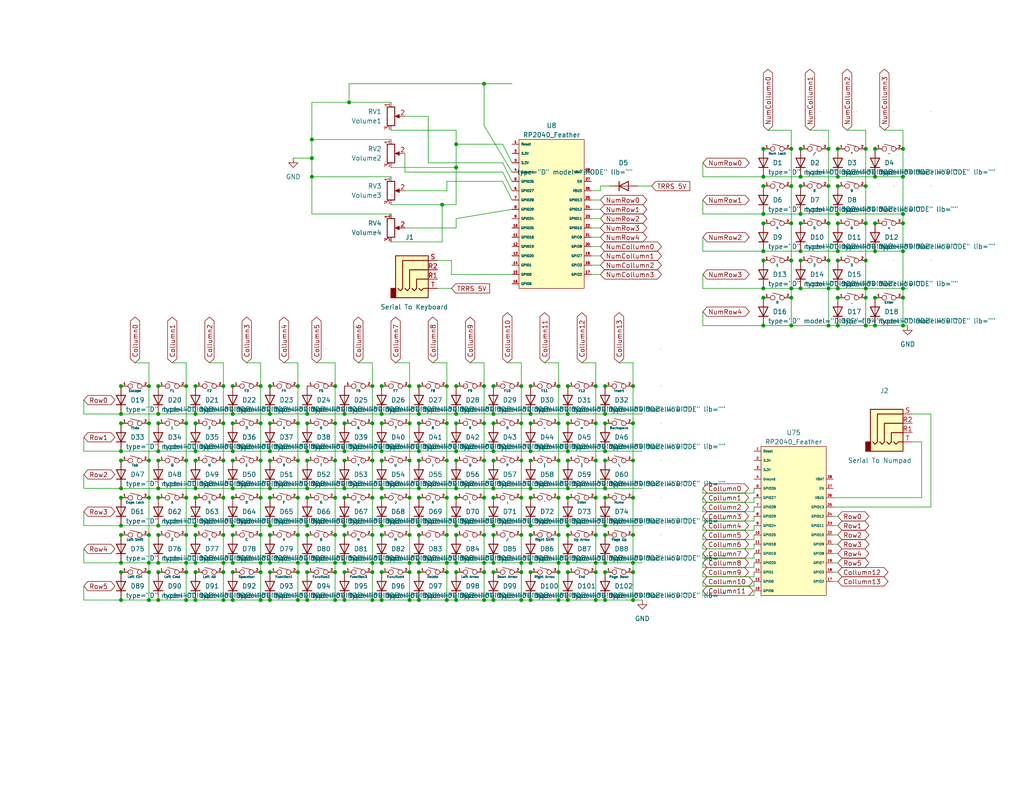
<source format=kicad_sch>
(kicad_sch (version 20211123) (generator eeschema)
  (paper "A")
  (title_block (title "Super 95") (rev "0.2.0") (company "Runaway Systems"))
  (junction (at 43.18 135.89))
  (junction (at 83.82 156.21))
  (junction (at 40.64 105.41))
  (junction (at 154.94 115.57))
  (junction (at 154.94 153.67))
  (junction (at 83.82 125.73))
  (junction (at 50.8 156.21))
  (junction (at 91.44 125.73))
  (junction (at 50.8 125.73))
  (junction (at 208.28 68.58))
  (junction (at 124.46 153.67))
  (junction (at 134.62 156.21))
  (junction (at 144.78 156.21))
  (junction (at 104.14 156.21))
  (junction (at 165.1 135.89))
  (junction (at 124.46 133.35))
  (junction (at 152.4 163.83))
  (junction (at 226.06 78.74))
  (junction (at 132.08 153.67))
  (junction (at 53.34 105.41))
  (junction (at 104.14 153.67))
  (junction (at 124.46 146.05))
  (junction (at 124.46 105.41))
  (junction (at 236.22 60.96))
  (junction (at 132.08 146.05))
  (junction (at 165.1 156.21))
  (junction (at 165.1 153.67))
  (junction (at 93.98 133.35))
  (junction (at 91.44 163.83))
  (junction (at 101.6 156.21))
  (junction (at 218.44 40.64))
  (junction (at 142.24 156.21))
  (junction (at 215.9 71.12))
  (junction (at 111.76 163.83))
  (junction (at 121.92 105.41))
  (junction (at 172.72 163.83))
  (junction (at 246.38 78.74))
  (junction (at 91.44 156.21))
  (junction (at 134.62 123.19))
  (junction (at 81.28 146.05))
  (junction (at 60.96 163.83))
  (junction (at 81.28 125.73))
  (junction (at 73.66 153.67))
  (junction (at 114.3 125.73))
  (junction (at 144.78 105.41))
  (junction (at 114.3 123.19))
  (junction (at 246.38 58.42))
  (junction (at 104.14 135.89))
  (junction (at 73.66 146.05))
  (junction (at 53.34 115.57))
  (junction (at 71.12 135.89))
  (junction (at 81.28 153.67))
  (junction (at 121.92 115.57))
  (junction (at 162.56 163.83))
  (junction (at 33.02 143.51))
  (junction (at 83.82 123.19))
  (junction (at 73.66 163.83))
  (junction (at 33.02 156.21))
  (junction (at 172.72 115.57))
  (junction (at 208.28 81.28))
  (junction (at 208.28 88.9))
  (junction (at 50.8 115.57))
  (junction (at 121.92 163.83))
  (junction (at 85.09 43.18))
  (junction (at 124.46 45.72))
  (junction (at 93.98 143.51))
  (junction (at 226.06 50.8))
  (junction (at 165.1 133.35))
  (junction (at 83.82 163.83))
  (junction (at 142.24 105.41))
  (junction (at 172.72 146.05))
  (junction (at 104.14 113.03))
  (junction (at 228.6 60.96))
  (junction (at 91.44 146.05))
  (junction (at 226.06 40.64))
  (junction (at 134.62 163.83))
  (junction (at 114.3 115.57))
  (junction (at 162.56 105.41))
  (junction (at 43.18 125.73))
  (junction (at 162.56 153.67))
  (junction (at 40.64 146.05))
  (junction (at 218.44 60.96))
  (junction (at 85.09 38.1))
  (junction (at 208.28 60.96))
  (junction (at 111.76 105.41))
  (junction (at 63.5 123.19))
  (junction (at 93.98 163.83))
  (junction (at 50.8 153.67))
  (junction (at 228.6 78.74))
  (junction (at 73.66 115.57))
  (junction (at 165.1 113.03))
  (junction (at 165.1 146.05))
  (junction (at 73.66 105.41))
  (junction (at 33.02 105.41))
  (junction (at 83.82 153.67))
  (junction (at 152.4 153.67))
  (junction (at 83.82 115.57))
  (junction (at 60.96 125.73))
  (junction (at 33.02 113.03))
  (junction (at 33.02 153.67))
  (junction (at 132.08 135.89))
  (junction (at 154.94 125.73))
  (junction (at 236.22 50.8))
  (junction (at 236.22 71.12))
  (junction (at 71.12 105.41))
  (junction (at 40.64 156.21))
  (junction (at 218.44 58.42))
  (junction (at 246.38 68.58))
  (junction (at 238.76 68.58))
  (junction (at 104.14 146.05))
  (junction (at 238.76 48.26))
  (junction (at 120.65 55.88))
  (junction (at 132.08 22.86))
  (junction (at 165.1 163.83))
  (junction (at 144.78 125.73))
  (junction (at 236.22 40.64))
  (junction (at 144.78 146.05))
  (junction (at 238.76 88.9))
  (junction (at 43.18 153.67))
  (junction (at 124.46 163.83))
  (junction (at 144.78 135.89))
  (junction (at 152.4 105.41))
  (junction (at 165.1 123.19))
  (junction (at 50.8 135.89))
  (junction (at 43.18 113.03))
  (junction (at 43.18 146.05))
  (junction (at 71.12 163.83))
  (junction (at 132.08 163.83))
  (junction (at 134.62 146.05))
  (junction (at 142.24 125.73))
  (junction (at 93.98 153.67))
  (junction (at 215.9 78.74))
  (junction (at 60.96 105.41))
  (junction (at 144.78 153.67))
  (junction (at 43.18 156.21))
  (junction (at 124.46 115.57))
  (junction (at 40.64 153.67))
  (junction (at 104.14 105.41))
  (junction (at 152.4 156.21))
  (junction (at 93.98 135.89))
  (junction (at 142.24 135.89))
  (junction (at 238.76 81.28))
  (junction (at 208.28 40.64))
  (junction (at 154.94 113.03))
  (junction (at 132.08 125.73))
  (junction (at 104.14 133.35))
  (junction (at 144.78 115.57))
  (junction (at 134.62 113.03))
  (junction (at 124.46 123.19))
  (junction (at 73.66 133.35))
  (junction (at 124.46 143.51))
  (junction (at 43.18 115.57))
  (junction (at 33.02 163.83))
  (junction (at 114.3 133.35))
  (junction (at 162.56 125.73))
  (junction (at 101.6 153.67))
  (junction (at 91.44 153.67))
  (junction (at 93.98 115.57))
  (junction (at 104.14 125.73))
  (junction (at 154.94 135.89))
  (junction (at 53.34 163.83))
  (junction (at 83.82 146.05))
  (junction (at 43.18 105.41))
  (junction (at 95.25 27.94))
  (junction (at 154.94 133.35))
  (junction (at 81.28 105.41))
  (junction (at 226.06 88.9))
  (junction (at 104.14 143.51))
  (junction (at 144.78 123.19))
  (junction (at 124.46 156.21))
  (junction (at 246.38 40.64))
  (junction (at 91.44 135.89))
  (junction (at 111.76 115.57))
  (junction (at 63.5 146.05))
  (junction (at 154.94 146.05))
  (junction (at 218.44 68.58))
  (junction (at 165.1 115.57))
  (junction (at 208.28 48.26))
  (junction (at 101.6 135.89))
  (junction (at 124.46 125.73))
  (junction (at 93.98 156.21))
  (junction (at 53.34 156.21))
  (junction (at 238.76 60.96))
  (junction (at 43.18 163.83))
  (junction (at 142.24 146.05))
  (junction (at 124.46 113.03))
  (junction (at 208.28 71.12))
  (junction (at 132.08 105.41))
  (junction (at 215.9 60.96))
  (junction (at 215.9 81.28))
  (junction (at 83.82 143.51))
  (junction (at 73.66 156.21))
  (junction (at 53.34 133.35))
  (junction (at 162.56 135.89))
  (junction (at 152.4 125.73))
  (junction (at 91.44 115.57))
  (junction (at 121.92 135.89))
  (junction (at 43.18 143.51))
  (junction (at 63.5 113.03))
  (junction (at 73.66 125.73))
  (junction (at 154.94 143.51))
  (junction (at 101.6 125.73))
  (junction (at 40.64 125.73))
  (junction (at 63.5 105.41))
  (junction (at 53.34 153.67))
  (junction (at 154.94 156.21))
  (junction (at 114.3 146.05))
  (junction (at 93.98 123.19))
  (junction (at 111.76 153.67))
  (junction (at 40.64 135.89))
  (junction (at 50.8 105.41))
  (junction (at 71.12 146.05))
  (junction (at 238.76 40.64))
  (junction (at 172.72 153.67))
  (junction (at 215.9 50.8))
  (junction (at 111.76 135.89))
  (junction (at 63.5 115.57))
  (junction (at 53.34 113.03))
  (junction (at 124.46 39.37))
  (junction (at 91.44 105.41))
  (junction (at 81.28 156.21))
  (junction (at 53.34 123.19))
  (junction (at 142.24 115.57))
  (junction (at 208.28 50.8))
  (junction (at 63.5 153.67))
  (junction (at 218.44 78.74))
  (junction (at 104.14 163.83))
  (junction (at 63.5 133.35))
  (junction (at 101.6 163.83))
  (junction (at 33.02 115.57))
  (junction (at 172.72 105.41))
  (junction (at 152.4 135.89))
  (junction (at 172.72 156.21))
  (junction (at 162.56 156.21))
  (junction (at 236.22 81.28))
  (junction (at 33.02 123.19))
  (junction (at 101.6 115.57))
  (junction (at 121.92 146.05))
  (junction (at 121.92 125.73))
  (junction (at 81.28 135.89))
  (junction (at 60.96 153.67))
  (junction (at 43.18 133.35))
  (junction (at 114.3 105.41))
  (junction (at 71.12 153.67))
  (junction (at 33.02 146.05))
  (junction (at 228.6 50.8))
  (junction (at 236.22 88.9))
  (junction (at 208.28 58.42))
  (junction (at 165.1 143.51))
  (junction (at 101.6 146.05))
  (junction (at 73.66 123.19))
  (junction (at 228.6 40.64))
  (junction (at 71.12 125.73))
  (junction (at 33.02 133.35))
  (junction (at 228.6 68.58))
  (junction (at 93.98 125.73))
  (junction (at 63.5 125.73))
  (junction (at 104.14 123.19))
  (junction (at 111.76 156.21))
  (junction (at 246.38 81.28))
  (junction (at 40.64 163.83))
  (junction (at 114.3 156.21))
  (junction (at 104.14 115.57))
  (junction (at 162.56 115.57))
  (junction (at 71.12 156.21))
  (junction (at 114.3 163.83))
  (junction (at 152.4 115.57))
  (junction (at 33.02 135.89))
  (junction (at 218.44 50.8))
  (junction (at 60.96 146.05))
  (junction (at 218.44 48.26))
  (junction (at 134.62 115.57))
  (junction (at 134.62 125.73))
  (junction (at 63.5 143.51))
  (junction (at 53.34 135.89))
  (junction (at 60.96 115.57))
  (junction (at 114.3 153.67))
  (junction (at 73.66 135.89))
  (junction (at 101.6 105.41))
  (junction (at 124.46 135.89))
  (junction (at 60.96 135.89))
  (junction (at 134.62 133.35))
  (junction (at 132.08 115.57))
  (junction (at 144.78 163.83))
  (junction (at 226.06 60.96))
  (junction (at 53.34 143.51))
  (junction (at 134.62 105.41))
  (junction (at 40.64 115.57))
  (junction (at 43.18 123.19))
  (junction (at 172.72 125.73))
  (junction (at 63.5 163.83))
  (junction (at 134.62 153.67))
  (junction (at 134.62 135.89))
  (junction (at 83.82 133.35))
  (junction (at 228.6 58.42))
  (junction (at 144.78 143.51))
  (junction (at 154.94 163.83))
  (junction (at 246.38 48.26))
  (junction (at 142.24 153.67))
  (junction (at 154.94 123.19))
  (junction (at 111.76 125.73))
  (junction (at 111.76 146.05))
  (junction (at 85.09 48.26))
  (junction (at 165.1 125.73))
  (junction (at 142.24 163.83))
  (junction (at 114.3 135.89))
  (junction (at 81.28 163.83))
  (junction (at 215.9 88.9))
  (junction (at 154.94 105.41))
  (junction (at 93.98 113.03))
  (junction (at 83.82 113.03))
  (junction (at 246.38 88.9))
  (junction (at 73.66 143.51))
  (junction (at 81.28 115.57))
  (junction (at 114.3 143.51))
  (junction (at 53.34 146.05))
  (junction (at 114.3 113.03))
  (junction (at 83.82 135.89))
  (junction (at 144.78 133.35))
  (junction (at 73.66 113.03))
  (junction (at 228.6 81.28))
  (junction (at 71.12 115.57))
  (junction (at 121.92 153.67))
  (junction (at 60.96 156.21))
  (junction (at 162.56 146.05))
  (junction (at 172.72 135.89))
  (junction (at 208.28 78.74))
  (junction (at 152.4 146.05))
  (junction (at 93.98 146.05))
  (junction (at 134.62 143.51))
  (junction (at 63.5 156.21))
  (junction (at 121.92 156.21))
  (junction (at 144.78 113.03))
  (junction (at 33.02 125.73))
  (junction (at 50.8 146.05))
  (junction (at 218.44 71.12))
  (junction (at 63.5 135.89))
  (junction (at 246.38 60.96))
  (junction (at 228.6 48.26))
  (junction (at 132.08 156.21))
  (junction (at 226.06 71.12))
  (junction (at 228.6 71.12))
  (junction (at 228.6 88.9))
  (junction (at 236.22 78.74))
  (junction (at 50.8 163.83))
  (junction (at 53.34 125.73))
  (junction (at 165.1 105.41))
  (junction (at 215.9 40.64))
  (wire (pts (xy 165.1 115.57) (xy 166.37 115.57)))
  (wire (pts (xy 191.77 152.4) (xy 191.77 151.13)))
  (wire (pts (xy 85.09 38.1) (xy 85.09 43.18)))
  (wire (pts (xy 162.56 153.67) (xy 165.1 153.67)))
  (wire (pts (xy 161.29 59.69) (xy 163.83 59.69)))
  (wire (pts (xy 63.5 123.19) (xy 73.66 123.19)))
  (wire (pts (xy 228.6 88.9) (xy 236.22 88.9)))
  (wire (pts (xy 227.33 138.43) (xy 254 138.43)))
  (wire (pts (xy 111.76 125.73) (xy 111.76 135.89)))
  (wire (pts (xy 134.62 113.03) (xy 144.78 113.03)))
  (wire (pts (xy 101.6 163.83) (xy 104.14 163.83)))
  (wire (pts (xy 132.08 163.83) (xy 134.62 163.83)))
  (wire (pts (xy 215.9 78.74) (xy 218.44 78.74)))
  (wire (pts (xy 124.46 125.73) (xy 125.73 125.73)))
  (wire (pts (xy 83.82 125.73) (xy 85.09 125.73)))
  (wire (pts (xy 86.36 99.06) (xy 91.44 99.06)))
  (wire (pts (xy 218.44 68.58) (xy 228.6 68.58)))
  (wire (pts (xy 101.6 105.41) (xy 101.6 115.57)))
  (wire (pts (xy 33.02 153.67) (xy 40.64 153.67)))
  (wire (pts (xy 191.77 68.58) (xy 191.77 64.77)))
  (wire (pts (xy 152.4 146.05) (xy 152.4 153.67)))
  (wire (pts (xy 134.62 135.89) (xy 135.89 135.89)))
  (wire (pts (xy 161.29 69.85) (xy 163.83 69.85)))
  (wire (pts (xy 154.94 153.67) (xy 162.56 153.67)))
  (wire (pts (xy 121.92 156.21) (xy 121.92 163.83)))
  (wire (pts (xy 106.68 55.88) (xy 120.65 55.88)))
  (wire (pts (xy 165.1 135.89) (xy 166.37 135.89)))
  (wire (pts (xy 121.92 125.73) (xy 121.92 135.89)))
  (wire (pts (xy 161.29 52.07) (xy 163.83 52.07)))
  (wire (pts (xy 154.94 123.19) (xy 165.1 123.19)))
  (wire (pts (xy 60.96 153.67) (xy 60.96 156.21)))
  (wire (pts (xy 91.44 153.67) (xy 93.98 153.67)))
  (wire (pts (xy 132.08 22.86) (xy 95.25 22.86)))
  (wire (pts (xy 205.74 152.4) (xy 191.77 152.4)))
  (wire (pts (xy 91.44 156.21) (xy 91.44 163.83)))
  (wire (pts (xy 208.28 40.64) (xy 209.55 40.64)))
  (wire (pts (xy 218.44 40.64) (xy 219.71 40.64)))
  (wire (pts (xy 60.96 105.41) (xy 60.96 115.57)))
  (wire (pts (xy 60.96 125.73) (xy 60.96 135.89)))
  (wire (pts (xy 227.33 156.21) (xy 228.6 156.21)))
  (wire (pts (xy 121.92 153.67) (xy 124.46 153.67)))
  (wire (pts (xy 22.86 153.67) (xy 33.02 153.67)))
  (wire (pts (xy 40.64 153.67) (xy 43.18 153.67)))
  (wire (pts (xy 208.28 58.42) (xy 218.44 58.42)))
  (wire (pts (xy 124.46 153.67) (xy 132.08 153.67)))
  (wire (pts (xy 81.28 105.41) (xy 81.28 115.57)))
  (wire (pts (xy 227.33 158.75) (xy 228.6 158.75)))
  (wire (pts (xy 162.56 163.83) (xy 165.1 163.83)))
  (wire (pts (xy 22.86 139.7) (xy 22.86 143.51)))
  (wire (pts (xy 248.92 113.03) (xy 254 113.03)))
  (wire (pts (xy 50.8 163.83) (xy 53.34 163.83)))
  (wire (pts (xy 46.99 99.06) (xy 50.8 99.06)))
  (wire (pts (xy 124.46 115.57) (xy 125.73 115.57)))
  (wire (pts (xy 162.56 99.06) (xy 162.56 105.41)))
  (wire (pts (xy 114.3 123.19) (xy 124.46 123.19)))
  (wire (pts (xy 43.18 135.89) (xy 44.45 135.89)))
  (wire (pts (xy 163.83 50.8) (xy 163.83 52.07)))
  (wire (pts (xy 191.77 68.58) (xy 208.28 68.58)))
  (wire (pts (xy 138.43 99.06) (xy 142.24 99.06)))
  (wire (pts (xy 228.6 48.26) (xy 238.76 48.26)))
  (wire (pts (xy 152.4 153.67) (xy 154.94 153.67)))
  (wire (pts (xy 22.86 113.03) (xy 33.02 113.03)))
  (wire (pts (xy 101.6 153.67) (xy 101.6 156.21)))
  (wire (pts (xy 137.16 49.53) (xy 121.92 49.53)))
  (wire (pts (xy 238.76 48.26) (xy 246.38 48.26)))
  (wire (pts (xy 43.18 125.73) (xy 44.45 125.73)))
  (wire (pts (xy 161.29 62.23) (xy 163.83 62.23)))
  (wire (pts (xy 71.12 153.67) (xy 71.12 156.21)))
  (wire (pts (xy 33.02 143.51) (xy 43.18 143.51)))
  (wire (pts (xy 114.3 143.51) (xy 124.46 143.51)))
  (wire (pts (xy 53.34 163.83) (xy 60.96 163.83)))
  (wire (pts (xy 114.3 115.57) (xy 115.57 115.57)))
  (wire (pts (xy 50.8 156.21) (xy 50.8 163.83)))
  (wire (pts (xy 111.76 153.67) (xy 111.76 156.21)))
  (wire (pts (xy 191.77 88.9) (xy 208.28 88.9)))
  (wire (pts (xy 208.28 78.74) (xy 215.9 78.74)))
  (wire (pts (xy 191.77 154.94) (xy 191.77 153.67)))
  (wire (pts (xy 238.76 81.28) (xy 240.03 81.28)))
  (wire (pts (xy 215.9 35.56) (xy 215.9 40.64)))
  (wire (pts (xy 81.28 135.89) (xy 81.28 146.05)))
  (wire (pts (xy 33.02 135.89) (xy 34.29 135.89)))
  (wire (pts (xy 172.72 99.06) (xy 172.72 105.41)))
  (wire (pts (xy 251.46 135.89) (xy 251.46 120.65)))
  (wire (pts (xy 121.92 153.67) (xy 121.92 156.21)))
  (wire (pts (xy 205.74 134.62) (xy 191.77 134.62)))
  (wire (pts (xy 134.62 153.67) (xy 142.24 153.67)))
  (wire (pts (xy 132.08 125.73) (xy 132.08 135.89)))
  (wire (pts (xy 191.77 147.32) (xy 191.77 146.05)))
  (wire (pts (xy 236.22 78.74) (xy 246.38 78.74)))
  (wire (pts (xy 111.76 105.41) (xy 111.76 115.57)))
  (wire (pts (xy 114.3 135.89) (xy 115.57 135.89)))
  (wire (pts (xy 165.1 113.03) (xy 175.26 113.03)))
  (wire (pts (xy 238.76 88.9) (xy 246.38 88.9)))
  (wire (pts (xy 254 113.03) (xy 254 138.43)))
  (wire (pts (xy 124.46 105.41) (xy 127 105.41)))
  (wire (pts (xy 208.28 71.12) (xy 209.55 71.12)))
  (wire (pts (xy 172.72 105.41) (xy 172.72 115.57)))
  (wire (pts (xy 137.16 39.37) (xy 139.7 44.45)))
  (wire (pts (xy 161.29 57.15) (xy 163.83 57.15)))
  (wire (pts (xy 191.77 88.9) (xy 191.77 85.09)))
  (wire (pts (xy 121.92 49.53) (xy 121.92 52.07)))
  (wire (pts (xy 165.1 125.73) (xy 166.37 125.73)))
  (wire (pts (xy 63.5 143.51) (xy 73.66 143.51)))
  (wire (pts (xy 104.14 163.83) (xy 111.76 163.83)))
  (wire (pts (xy 165.1 156.21) (xy 166.37 156.21)))
  (wire (pts (xy 205.74 137.16) (xy 191.77 137.16)))
  (wire (pts (xy 85.09 58.42) (xy 106.68 58.42)))
  (wire (pts (xy 63.5 125.73) (xy 64.77 125.73)))
  (wire (pts (xy 152.4 153.67) (xy 152.4 156.21)))
  (wire (pts (xy 101.6 146.05) (xy 101.6 153.67)))
  (wire (pts (xy 104.14 146.05) (xy 105.41 146.05)))
  (wire (pts (xy 246.38 35.56) (xy 246.38 40.64)))
  (wire (pts (xy 172.72 153.67) (xy 172.72 156.21)))
  (wire (pts (xy 166.37 50.8) (xy 163.83 50.8)))
  (wire (pts (xy 172.72 153.67) (xy 175.26 153.67)))
  (wire (pts (xy 50.8 99.06) (xy 50.8 105.41)))
  (wire (pts (xy 121.92 115.57) (xy 121.92 125.73)))
  (wire (pts (xy 111.76 146.05) (xy 111.76 153.67)))
  (wire (pts (xy 238.76 60.96) (xy 240.03 60.96)))
  (wire (pts (xy 208.28 48.26) (xy 218.44 48.26)))
  (wire (pts (xy 236.22 71.12) (xy 236.22 78.74)))
  (wire (pts (xy 139.7 74.93) (xy 123.19 74.93)))
  (wire (pts (xy 50.8 135.89) (xy 50.8 146.05)))
  (wire (pts (xy 91.44 105.41) (xy 91.44 115.57)))
  (wire (pts (xy 128.27 99.06) (xy 132.08 99.06)))
  (wire (pts (xy 154.94 146.05) (xy 156.21 146.05)))
  (wire (pts (xy 73.66 163.83) (xy 81.28 163.83)))
  (wire (pts (xy 33.02 123.19) (xy 43.18 123.19)))
  (wire (pts (xy 114.3 156.21) (xy 115.57 156.21)))
  (wire (pts (xy 104.14 105.41) (xy 104.14 106.68)))
  (wire (pts (xy 227.33 153.67) (xy 228.6 153.67)))
  (wire (pts (xy 191.77 58.42) (xy 208.28 58.42)))
  (wire (pts (xy 246.38 40.64) (xy 246.38 48.26)))
  (wire (pts (xy 106.68 35.56) (xy 124.46 35.56)))
  (wire (pts (xy 93.98 153.67) (xy 101.6 153.67)))
  (wire (pts (xy 132.08 156.21) (xy 132.08 163.83)))
  (wire (pts (xy 53.34 133.35) (xy 63.5 133.35)))
  (wire (pts (xy 154.94 163.83) (xy 162.56 163.83)))
  (wire (pts (xy 114.3 163.83) (xy 121.92 163.83)))
  (wire (pts (xy 132.08 146.05) (xy 132.08 153.67)))
  (wire (pts (xy 152.4 105.41) (xy 152.4 115.57)))
  (wire (pts (xy 172.72 135.89) (xy 172.72 146.05)))
  (wire (pts (xy 85.09 43.18) (xy 80.01 43.18)))
  (wire (pts (xy 101.6 153.67) (xy 104.14 153.67)))
  (wire (pts (xy 152.4 99.06) (xy 152.4 105.41)))
  (wire (pts (xy 120.65 55.88) (xy 120.65 66.04)))
  (wire (pts (xy 134.62 156.21) (xy 135.89 156.21)))
  (wire (pts (xy 236.22 60.96) (xy 236.22 71.12)))
  (wire (pts (xy 43.18 156.21) (xy 44.45 156.21)))
  (wire (pts (xy 191.77 144.78) (xy 205.74 144.78)))
  (wire (pts (xy 73.66 146.05) (xy 74.93 146.05)))
  (wire (pts (xy 53.34 156.21) (xy 54.61 156.21)))
  (wire (pts (xy 106.68 27.94) (xy 95.25 27.94)))
  (wire (pts (xy 134.62 115.57) (xy 135.89 115.57)))
  (wire (pts (xy 83.82 135.89) (xy 85.09 135.89)))
  (wire (pts (xy 191.77 157.48) (xy 191.77 156.21)))
  (wire (pts (xy 71.12 163.83) (xy 73.66 163.83)))
  (wire (pts (xy 73.66 115.57) (xy 74.93 115.57)))
  (wire (pts (xy 40.64 105.41) (xy 40.64 115.57)))
  (wire (pts (xy 22.86 163.83) (xy 33.02 163.83)))
  (wire (pts (xy 81.28 146.05) (xy 81.28 153.67)))
  (wire (pts (xy 124.46 156.21) (xy 125.73 156.21)))
  (wire (pts (xy 22.86 123.19) (xy 33.02 123.19)))
  (wire (pts (xy 236.22 88.9) (xy 238.76 88.9)))
  (wire (pts (xy 124.46 143.51) (xy 134.62 143.51)))
  (wire (pts (xy 93.98 135.89) (xy 95.25 135.89)))
  (wire (pts (xy 114.3 113.03) (xy 124.46 113.03)))
  (wire (pts (xy 165.1 163.83) (xy 172.72 163.83)))
  (wire (pts (xy 134.62 143.51) (xy 144.78 143.51)))
  (wire (pts (xy 85.09 38.1) (xy 106.68 38.1)))
  (wire (pts (xy 104.14 123.19) (xy 114.3 123.19)))
  (wire (pts (xy 191.77 78.74) (xy 208.28 78.74)))
  (wire (pts (xy 218.44 50.8) (xy 219.71 50.8)))
  (wire (pts (xy 208.28 81.28) (xy 209.55 81.28)))
  (wire (pts (xy 191.77 48.26) (xy 191.77 44.45)))
  (wire (pts (xy 205.74 146.05) (xy 205.74 147.32)))
  (wire (pts (xy 161.29 67.31) (xy 163.83 67.31)))
  (wire (pts (xy 104.14 135.89) (xy 105.41 135.89)))
  (wire (pts (xy 85.09 48.26) (xy 85.09 58.42)))
  (wire (pts (xy 132.08 22.86) (xy 132.08 34.29)))
  (wire (pts (xy 134.62 123.19) (xy 144.78 123.19)))
  (wire (pts (xy 93.98 156.21) (xy 95.25 156.21)))
  (wire (pts (xy 205.74 144.78) (xy 205.74 143.51)))
  (wire (pts (xy 215.9 50.8) (xy 215.9 60.96)))
  (wire (pts (xy 60.96 115.57) (xy 60.96 125.73)))
  (wire (pts (xy 83.82 113.03) (xy 93.98 113.03)))
  (wire (pts (xy 228.6 50.8) (xy 229.87 50.8)))
  (wire (pts (xy 236.22 35.56) (xy 236.22 40.64)))
  (wire (pts (xy 63.5 113.03) (xy 73.66 113.03)))
  (wire (pts (xy 33.02 125.73) (xy 34.29 125.73)))
  (wire (pts (xy 93.98 146.05) (xy 95.25 146.05)))
  (wire (pts (xy 154.94 156.21) (xy 156.21 156.21)))
  (wire (pts (xy 218.44 78.74) (xy 226.06 78.74)))
  (wire (pts (xy 106.68 66.04) (xy 120.65 66.04)))
  (wire (pts (xy 91.44 125.73) (xy 91.44 135.89)))
  (wire (pts (xy 191.77 78.74) (xy 191.77 74.93)))
  (wire (pts (xy 172.72 115.57) (xy 172.72 125.73)))
  (wire (pts (xy 205.74 154.94) (xy 191.77 154.94)))
  (wire (pts (xy 40.64 146.05) (xy 40.64 153.67)))
  (wire (pts (xy 93.98 123.19) (xy 104.14 123.19)))
  (wire (pts (xy 60.96 146.05) (xy 60.96 153.67)))
  (wire (pts (xy 215.9 60.96) (xy 215.9 71.12)))
  (wire (pts (xy 137.16 49.53) (xy 139.7 54.61)))
  (wire (pts (xy 236.22 40.64) (xy 236.22 50.8)))
  (wire (pts (xy 60.96 153.67) (xy 63.5 153.67)))
  (wire (pts (xy 144.78 146.05) (xy 146.05 146.05)))
  (wire (pts (xy 53.34 105.41) (xy 54.61 105.41)))
  (wire (pts (xy 154.94 133.35) (xy 165.1 133.35)))
  (wire (pts (xy 246.38 58.42) (xy 246.38 60.96)))
  (wire (pts (xy 124.46 39.37) (xy 124.46 45.72)))
  (wire (pts (xy 158.75 99.06) (xy 162.56 99.06)))
  (wire (pts (xy 63.5 115.57) (xy 64.77 115.57)))
  (wire (pts (xy 226.06 60.96) (xy 226.06 71.12)))
  (wire (pts (xy 110.49 46.99) (xy 137.16 46.99)))
  (wire (pts (xy 209.55 35.56) (xy 215.9 35.56)))
  (wire (pts (xy 71.12 99.06) (xy 71.12 105.41)))
  (wire (pts (xy 91.44 153.67) (xy 91.44 156.21)))
  (wire (pts (xy 228.6 81.28) (xy 229.87 81.28)))
  (wire (pts (xy 60.96 135.89) (xy 60.96 146.05)))
  (wire (pts (xy 110.49 52.07) (xy 121.92 52.07)))
  (wire (pts (xy 227.33 146.05) (xy 228.6 146.05)))
  (wire (pts (xy 251.46 120.65) (xy 248.92 120.65)))
  (wire (pts (xy 205.74 160.02) (xy 191.77 160.02)))
  (wire (pts (xy 152.4 135.89) (xy 152.4 146.05)))
  (wire (pts (xy 111.76 163.83) (xy 114.3 163.83)))
  (wire (pts (xy 208.28 50.8) (xy 209.55 50.8)))
  (wire (pts (xy 73.66 143.51) (xy 83.82 143.51)))
  (wire (pts (xy 132.08 153.67) (xy 134.62 153.67)))
  (wire (pts (xy 162.56 146.05) (xy 162.56 153.67)))
  (wire (pts (xy 110.49 46.99) (xy 110.49 41.91)))
  (wire (pts (xy 165.1 133.35) (xy 175.26 133.35)))
  (wire (pts (xy 63.5 105.41) (xy 64.77 105.41)))
  (wire (pts (xy 144.78 135.89) (xy 146.05 135.89)))
  (wire (pts (xy 73.66 105.41) (xy 74.93 105.41)))
  (wire (pts (xy 161.29 74.93) (xy 163.83 74.93)))
  (wire (pts (xy 63.5 133.35) (xy 73.66 133.35)))
  (wire (pts (xy 228.6 60.96) (xy 229.87 60.96)))
  (wire (pts (xy 83.82 123.19) (xy 93.98 123.19)))
  (wire (pts (xy 33.02 146.05) (xy 34.29 146.05)))
  (wire (pts (xy 236.22 50.8) (xy 236.22 60.96)))
  (wire (pts (xy 205.74 138.43) (xy 205.74 139.7)))
  (wire (pts (xy 63.5 156.21) (xy 64.77 156.21)))
  (wire (pts (xy 142.24 153.67) (xy 142.24 156.21)))
  (wire (pts (xy 83.82 153.67) (xy 91.44 153.67)))
  (wire (pts (xy 43.18 115.57) (xy 44.45 115.57)))
  (wire (pts (xy 134.62 163.83) (xy 142.24 163.83)))
  (wire (pts (xy 154.94 105.41) (xy 156.21 105.41)))
  (wire (pts (xy 165.1 153.67) (xy 172.72 153.67)))
  (wire (pts (xy 81.28 115.57) (xy 81.28 125.73)))
  (wire (pts (xy 205.74 139.7) (xy 191.77 139.7)))
  (wire (pts (xy 97.79 99.06) (xy 101.6 99.06)))
  (wire (pts (xy 137.16 46.99) (xy 139.7 52.07)))
  (wire (pts (xy 22.86 160.02) (xy 22.86 163.83)))
  (wire (pts (xy 161.29 64.77) (xy 163.83 64.77)))
  (wire (pts (xy 101.6 99.06) (xy 101.6 105.41)))
  (wire (pts (xy 22.86 133.35) (xy 33.02 133.35)))
  (wire (pts (xy 60.96 163.83) (xy 63.5 163.83)))
  (wire (pts (xy 162.56 115.57) (xy 162.56 125.73)))
  (wire (pts (xy 114.3 105.41) (xy 114.3 106.68)))
  (wire (pts (xy 191.77 135.89) (xy 191.77 137.16)))
  (wire (pts (xy 104.14 115.57) (xy 105.41 115.57)))
  (wire (pts (xy 218.44 60.96) (xy 219.71 60.96)))
  (wire (pts (xy 81.28 125.73) (xy 81.28 135.89)))
  (wire (pts (xy 73.66 113.03) (xy 83.82 113.03)))
  (wire (pts (xy 238.76 68.58) (xy 246.38 68.58)))
  (wire (pts (xy 53.34 123.19) (xy 63.5 123.19)))
  (wire (pts (xy 53.34 143.51) (xy 63.5 143.51)))
  (wire (pts (xy 22.86 119.38) (xy 22.86 123.19)))
  (wire (pts (xy 226.06 78.74) (xy 226.06 88.9)))
  (wire (pts (xy 162.56 105.41) (xy 162.56 115.57)))
  (wire (pts (xy 154.94 125.73) (xy 156.21 125.73)))
  (wire (pts (xy 121.92 163.83) (xy 124.46 163.83)))
  (wire (pts (xy 162.56 156.21) (xy 162.56 163.83)))
  (wire (pts (xy 226.06 40.64) (xy 226.06 50.8)))
  (wire (pts (xy 205.74 140.97) (xy 205.74 142.24)))
  (wire (pts (xy 205.74 153.67) (xy 205.74 154.94)))
  (wire (pts (xy 40.64 163.83) (xy 43.18 163.83)))
  (wire (pts (xy 104.14 156.21) (xy 105.41 156.21)))
  (wire (pts (xy 106.68 45.72) (xy 124.46 45.72)))
  (wire (pts (xy 144.78 115.57) (xy 146.05 115.57)))
  (wire (pts (xy 231.14 35.56) (xy 236.22 35.56)))
  (wire (pts (xy 142.24 115.57) (xy 142.24 125.73)))
  (wire (pts (xy 191.77 58.42) (xy 191.77 54.61)))
  (wire (pts (xy 33.02 113.03) (xy 43.18 113.03)))
  (wire (pts (xy 73.66 123.19) (xy 83.82 123.19)))
  (wire (pts (xy 142.24 105.41) (xy 142.24 115.57)))
  (wire (pts (xy 144.78 156.21) (xy 146.05 156.21)))
  (wire (pts (xy 53.34 115.57) (xy 54.61 115.57)))
  (wire (pts (xy 120.65 55.88) (xy 124.46 55.88)))
  (wire (pts (xy 95.25 22.86) (xy 95.25 27.94)))
  (wire (pts (xy 132.08 115.57) (xy 132.08 125.73)))
  (wire (pts (xy 43.18 163.83) (xy 50.8 163.83)))
  (wire (pts (xy 215.9 88.9) (xy 226.06 88.9)))
  (wire (pts (xy 121.92 146.05) (xy 121.92 153.67)))
  (wire (pts (xy 215.9 78.74) (xy 215.9 81.28)))
  (wire (pts (xy 172.72 125.73) (xy 172.72 135.89)))
  (wire (pts (xy 40.64 99.06) (xy 40.64 105.41)))
  (wire (pts (xy 161.29 54.61) (xy 163.83 54.61)))
  (wire (pts (xy 111.76 99.06) (xy 111.76 105.41)))
  (wire (pts (xy 53.34 125.73) (xy 54.61 125.73)))
  (wire (pts (xy 165.1 143.51) (xy 175.26 143.51)))
  (wire (pts (xy 165.1 105.41) (xy 166.37 105.41)))
  (wire (pts (xy 246.38 78.74) (xy 247.65 78.74)))
  (wire (pts (xy 152.4 125.73) (xy 152.4 135.89)))
  (wire (pts (xy 172.72 146.05) (xy 172.72 153.67)))
  (wire (pts (xy 205.74 148.59) (xy 205.74 149.86)))
  (wire (pts (xy 119.38 78.74) (xy 123.19 78.74)))
  (wire (pts (xy 71.12 135.89) (xy 71.12 146.05)))
  (wire (pts (xy 124.46 62.23) (xy 110.49 62.23)))
  (wire (pts (xy 118.11 99.06) (xy 121.92 99.06)))
  (wire (pts (xy 137.16 44.45) (xy 116.84 44.45)))
  (wire (pts (xy 236.22 78.74) (xy 236.22 81.28)))
  (wire (pts (xy 154.94 143.51) (xy 165.1 143.51)))
  (wire (pts (xy 191.77 162.56) (xy 191.77 161.29)))
  (wire (pts (xy 172.72 163.83) (xy 175.26 163.83)))
  (wire (pts (xy 154.94 113.03) (xy 165.1 113.03)))
  (wire (pts (xy 142.24 153.67) (xy 144.78 153.67)))
  (wire (pts (xy 114.3 105.41) (xy 115.57 105.41)))
  (wire (pts (xy 114.3 125.73) (xy 115.57 125.73)))
  (wire (pts (xy 83.82 133.35) (xy 93.98 133.35)))
  (wire (pts (xy 142.24 156.21) (xy 142.24 163.83)))
  (wire (pts (xy 236.22 81.28) (xy 236.22 88.9)))
  (wire (pts (xy 165.1 123.19) (xy 175.26 123.19)))
  (wire (pts (xy 104.14 105.41) (xy 105.41 105.41)))
  (wire (pts (xy 71.12 146.05) (xy 71.12 153.67)))
  (wire (pts (xy 63.5 163.83) (xy 71.12 163.83)))
  (wire (pts (xy 53.34 113.03) (xy 63.5 113.03)))
  (wire (pts (xy 93.98 163.83) (xy 101.6 163.83)))
  (wire (pts (xy 71.12 153.67) (xy 73.66 153.67)))
  (wire (pts (xy 173.99 50.8) (xy 177.8 50.8)))
  (wire (pts (xy 114.3 133.35) (xy 124.46 133.35)))
  (wire (pts (xy 22.86 109.22) (xy 22.86 113.03)))
  (wire (pts (xy 246.38 48.26) (xy 246.38 58.42)))
  (wire (pts (xy 205.74 158.75) (xy 205.74 160.02)))
  (wire (pts (xy 91.44 99.06) (xy 91.44 105.41)))
  (wire (pts (xy 22.86 149.86) (xy 22.86 153.67)))
  (wire (pts (xy 144.78 143.51) (xy 154.94 143.51)))
  (wire (pts (xy 63.5 153.67) (xy 71.12 153.67)))
  (wire (pts (xy 191.77 140.97) (xy 191.77 142.24)))
  (wire (pts (xy 50.8 146.05) (xy 50.8 153.67)))
  (wire (pts (xy 191.77 133.35) (xy 191.77 134.62)))
  (wire (pts (xy 43.18 133.35) (xy 53.34 133.35)))
  (wire (pts (xy 226.06 50.8) (xy 226.06 60.96)))
  (wire (pts (xy 121.92 135.89) (xy 121.92 146.05)))
  (wire (pts (xy 124.46 39.37) (xy 137.16 39.37)))
  (wire (pts (xy 33.02 105.41) (xy 34.29 105.41)))
  (wire (pts (xy 205.74 162.56) (xy 191.77 162.56)))
  (wire (pts (xy 104.14 153.67) (xy 111.76 153.67)))
  (wire (pts (xy 172.72 156.21) (xy 172.72 163.83)))
  (wire (pts (xy 137.16 44.45) (xy 139.7 49.53)))
  (wire (pts (xy 124.46 45.72) (xy 124.46 55.88)))
  (wire (pts (xy 101.6 125.73) (xy 101.6 135.89)))
  (wire (pts (xy 63.5 135.89) (xy 64.77 135.89)))
  (wire (pts (xy 81.28 153.67) (xy 81.28 156.21)))
  (wire (pts (xy 215.9 71.12) (xy 215.9 78.74)))
  (wire (pts (xy 228.6 71.12) (xy 229.87 71.12)))
  (wire (pts (xy 123.19 74.93) (xy 123.19 71.12)))
  (wire (pts (xy 91.44 115.57) (xy 91.44 125.73)))
  (wire (pts (xy 73.66 133.35) (xy 83.82 133.35)))
  (wire (pts (xy 148.59 99.06) (xy 152.4 99.06)))
  (wire (pts (xy 33.02 156.21) (xy 34.29 156.21)))
  (wire (pts (xy 33.02 115.57) (xy 34.29 115.57)))
  (wire (pts (xy 93.98 133.35) (xy 104.14 133.35)))
  (wire (pts (xy 142.24 135.89) (xy 142.24 146.05)))
  (wire (pts (xy 205.74 151.13) (xy 205.74 152.4)))
  (wire (pts (xy 205.74 133.35) (xy 205.74 134.62)))
  (wire (pts (xy 36.83 99.06) (xy 40.64 99.06)))
  (wire (pts (xy 152.4 156.21) (xy 152.4 163.83)))
  (wire (pts (xy 144.78 163.83) (xy 152.4 163.83)))
  (wire (pts (xy 53.34 153.67) (xy 60.96 153.67)))
  (wire (pts (xy 154.94 115.57) (xy 156.21 115.57)))
  (wire (pts (xy 144.78 113.03) (xy 154.94 113.03)))
  (wire (pts (xy 205.74 135.89) (xy 205.74 137.16)))
  (wire (pts (xy 73.66 153.67) (xy 81.28 153.67)))
  (wire (pts (xy 218.44 71.12) (xy 219.71 71.12)))
  (wire (pts (xy 53.34 135.89) (xy 54.61 135.89)))
  (wire (pts (xy 43.18 123.19) (xy 53.34 123.19)))
  (wire (pts (xy 124.46 135.89) (xy 125.73 135.89)))
  (wire (pts (xy 205.74 161.29) (xy 205.74 162.56)))
  (wire (pts (xy 144.78 125.73) (xy 146.05 125.73)))
  (wire (pts (xy 60.96 156.21) (xy 60.96 163.83)))
  (wire (pts (xy 144.78 105.41) (xy 146.05 105.41)))
  (wire (pts (xy 104.14 113.03) (xy 114.3 113.03)))
  (wire (pts (xy 83.82 146.05) (xy 85.09 146.05)))
  (wire (pts (xy 154.94 135.89) (xy 156.21 135.89)))
  (wire (pts (xy 144.78 123.19) (xy 154.94 123.19)))
  (wire (pts (xy 91.44 146.05) (xy 91.44 153.67)))
  (wire (pts (xy 191.77 143.51) (xy 191.77 144.78)))
  (wire (pts (xy 40.64 153.67) (xy 40.64 156.21)))
  (wire (pts (xy 93.98 125.73) (xy 95.25 125.73)))
  (wire (pts (xy 91.44 163.83) (xy 93.98 163.83)))
  (wire (pts (xy 71.12 125.73) (xy 71.12 135.89)))
  (wire (pts (xy 205.74 142.24) (xy 191.77 142.24)))
  (wire (pts (xy 83.82 115.57) (xy 85.09 115.57)))
  (wire (pts (xy 43.18 146.05) (xy 44.45 146.05)))
  (wire (pts (xy 226.06 88.9) (xy 228.6 88.9)))
  (wire (pts (xy 205.74 157.48) (xy 191.77 157.48)))
  (wire (pts (xy 104.14 143.51) (xy 114.3 143.51)))
  (wire (pts (xy 124.46 163.83) (xy 132.08 163.83)))
  (wire (pts (xy 50.8 125.73) (xy 50.8 135.89)))
  (wire (pts (xy 121.92 105.41) (xy 121.92 115.57)))
  (wire (pts (xy 83.82 143.51) (xy 93.98 143.51)))
  (wire (pts (xy 83.82 156.21) (xy 85.09 156.21)))
  (wire (pts (xy 124.46 146.05) (xy 125.73 146.05)))
  (wire (pts (xy 246.38 78.74) (xy 246.38 81.28)))
  (wire (pts (xy 22.86 143.51) (xy 33.02 143.51)))
  (wire (pts (xy 142.24 163.83) (xy 144.78 163.83)))
  (wire (pts (xy 93.98 113.03) (xy 104.14 113.03)))
  (wire (pts (xy 162.56 153.67) (xy 162.56 156.21)))
  (wire (pts (xy 246.38 81.28) (xy 246.38 88.9)))
  (wire (pts (xy 81.28 153.67) (xy 83.82 153.67)))
  (wire (pts (xy 142.24 99.06) (xy 142.24 105.41)))
  (wire (pts (xy 121.92 99.06) (xy 121.92 105.41)))
  (wire (pts (xy 134.62 125.73) (xy 135.89 125.73)))
  (wire (pts (xy 228.6 58.42) (xy 246.38 58.42)))
  (wire (pts (xy 111.76 135.89) (xy 111.76 146.05)))
  (wire (pts (xy 111.76 115.57) (xy 111.76 125.73)))
  (wire (pts (xy 142.24 146.05) (xy 142.24 153.67)))
  (wire (pts (xy 67.31 99.06) (xy 71.12 99.06)))
  (wire (pts (xy 238.76 40.64) (xy 240.03 40.64)))
  (wire (pts (xy 191.77 48.26) (xy 208.28 48.26)))
  (wire (pts (xy 50.8 115.57) (xy 50.8 125.73)))
  (wire (pts (xy 144.78 133.35) (xy 154.94 133.35)))
  (wire (pts (xy 60.96 99.06) (xy 60.96 105.41)))
  (wire (pts (xy 71.12 115.57) (xy 71.12 125.73)))
  (wire (pts (xy 132.08 105.41) (xy 132.08 115.57)))
  (wire (pts (xy 134.62 146.05) (xy 135.89 146.05)))
  (wire (pts (xy 85.09 48.26) (xy 106.68 48.26)))
  (wire (pts (xy 124.46 133.35) (xy 134.62 133.35)))
  (wire (pts (xy 77.47 99.06) (xy 81.28 99.06)))
  (wire (pts (xy 215.9 81.28) (xy 215.9 88.9)))
  (wire (pts (xy 116.84 44.45) (xy 116.84 31.75)))
  (wire (pts (xy 95.25 27.94) (xy 85.09 27.94)))
  (wire (pts (xy 246.38 60.96) (xy 246.38 68.58)))
  (wire (pts (xy 43.18 105.41) (xy 44.45 105.41)))
  (wire (pts (xy 228.6 78.74) (xy 236.22 78.74)))
  (wire (pts (xy 33.02 133.35) (xy 43.18 133.35)))
  (wire (pts (xy 142.24 125.73) (xy 142.24 135.89)))
  (wire (pts (xy 191.77 160.02) (xy 191.77 158.75)))
  (wire (pts (xy 107.95 99.06) (xy 111.76 99.06)))
  (wire (pts (xy 124.46 59.69) (xy 124.46 62.23)))
  (wire (pts (xy 101.6 156.21) (xy 101.6 163.83)))
  (wire (pts (xy 161.29 72.39) (xy 163.83 72.39)))
  (wire (pts (xy 123.19 71.12) (xy 119.38 71.12)))
  (wire (pts (xy 134.62 133.35) (xy 144.78 133.35)))
  (wire (pts (xy 50.8 153.67) (xy 50.8 156.21)))
  (wire (pts (xy 57.15 99.06) (xy 60.96 99.06)))
  (wire (pts (xy 124.46 35.56) (xy 124.46 39.37)))
  (wire (pts (xy 132.08 153.67) (xy 132.08 156.21)))
  (wire (pts (xy 227.33 148.59) (xy 228.6 148.59)))
  (wire (pts (xy 191.77 149.86) (xy 191.77 148.59)))
  (wire (pts (xy 227.33 151.13) (xy 228.6 151.13)))
  (wire (pts (xy 81.28 99.06) (xy 81.28 105.41)))
  (wire (pts (xy 241.3 35.56) (xy 246.38 35.56)))
  (wire (pts (xy 152.4 163.83) (xy 154.94 163.83)))
  (wire (pts (xy 124.46 113.03) (xy 134.62 113.03)))
  (wire (pts (xy 205.74 147.32) (xy 191.77 147.32)))
  (wire (pts (xy 81.28 163.83) (xy 83.82 163.83)))
  (wire (pts (xy 104.14 133.35) (xy 114.3 133.35)))
  (wire (pts (xy 132.08 135.89) (xy 132.08 146.05)))
  (wire (pts (xy 191.77 138.43) (xy 191.77 139.7)))
  (wire (pts (xy 227.33 140.97) (xy 228.6 140.97)))
  (wire (pts (xy 83.82 163.83) (xy 91.44 163.83)))
  (wire (pts (xy 63.5 146.05) (xy 64.77 146.05)))
  (wire (pts (xy 220.98 35.56) (xy 226.06 35.56)))
  (wire (pts (xy 114.3 153.67) (xy 121.92 153.67)))
  (wire (pts (xy 144.78 153.67) (xy 152.4 153.67)))
  (wire (pts (xy 85.09 27.94) (xy 85.09 38.1)))
  (wire (pts (xy 246.38 88.9) (xy 247.65 88.9)))
  (wire (pts (xy 81.28 156.21) (xy 81.28 163.83)))
  (wire (pts (xy 208.28 68.58) (xy 218.44 68.58)))
  (wire (pts (xy 132.08 99.06) (xy 132.08 105.41)))
  (wire (pts (xy 162.56 135.89) (xy 162.56 146.05)))
  (wire (pts (xy 111.76 156.21) (xy 111.76 163.83)))
  (wire (pts (xy 73.66 135.89) (xy 74.93 135.89)))
  (wire (pts (xy 85.09 43.18) (xy 85.09 48.26)))
  (wire (pts (xy 165.1 146.05) (xy 166.37 146.05)))
  (wire (pts (xy 218.44 48.26) (xy 228.6 48.26)))
  (wire (pts (xy 43.18 113.03) (xy 53.34 113.03)))
  (wire (pts (xy 73.66 156.21) (xy 74.93 156.21)))
  (wire (pts (xy 114.3 146.05) (xy 115.57 146.05)))
  (wire (pts (xy 40.64 125.73) (xy 40.64 135.89)))
  (wire (pts (xy 71.12 156.21) (xy 71.12 163.83)))
  (wire (pts (xy 33.02 163.83) (xy 40.64 163.83)))
  (wire (pts (xy 162.56 125.73) (xy 162.56 135.89)))
  (wire (pts (xy 101.6 115.57) (xy 101.6 125.73)))
  (wire (pts (xy 43.18 153.67) (xy 50.8 153.67)))
  (wire (pts (xy 139.7 57.15) (xy 124.46 59.69)))
  (wire (pts (xy 43.18 143.51) (xy 53.34 143.51)))
  (wire (pts (xy 227.33 143.51) (xy 228.6 143.51)))
  (wire (pts (xy 116.84 31.75) (xy 110.49 31.75)))
  (wire (pts (xy 40.64 135.89) (xy 40.64 146.05)))
  (wire (pts (xy 246.38 68.58) (xy 246.38 78.74)))
  (wire (pts (xy 215.9 40.64) (xy 215.9 50.8)))
  (wire (pts (xy 111.76 153.67) (xy 114.3 153.67)))
  (wire (pts (xy 50.8 105.41) (xy 50.8 115.57)))
  (wire (pts (xy 40.64 156.21) (xy 40.64 163.83)))
  (wire (pts (xy 124.46 123.19) (xy 134.62 123.19)))
  (wire (pts (xy 208.28 60.96) (xy 209.55 60.96)))
  (wire (pts (xy 226.06 35.56) (xy 226.06 40.64)))
  (wire (pts (xy 71.12 105.41) (xy 71.12 115.57)))
  (wire (pts (xy 50.8 153.67) (xy 53.34 153.67)))
  (wire (pts (xy 226.06 71.12) (xy 226.06 78.74)))
  (wire (pts (xy 132.08 34.29) (xy 139.7 46.99)))
  (wire (pts (xy 91.44 135.89) (xy 91.44 146.05)))
  (wire (pts (xy 205.74 156.21) (xy 205.74 157.48)))
  (wire (pts (xy 218.44 58.42) (xy 228.6 58.42)))
  (wire (pts (xy 93.98 143.51) (xy 104.14 143.51)))
  (wire (pts (xy 40.64 115.57) (xy 40.64 125.73)))
  (wire (pts (xy 53.34 146.05) (xy 54.61 146.05)))
  (wire (pts (xy 101.6 135.89) (xy 101.6 146.05)))
  (wire (pts (xy 226.06 78.74) (xy 228.6 78.74)))
  (wire (pts (xy 227.33 135.89) (xy 251.46 135.89)))
  (wire (pts (xy 73.66 125.73) (xy 74.93 125.73)))
  (wire (pts (xy 104.14 125.73) (xy 105.41 125.73)))
  (wire (pts (xy 168.91 99.06) (xy 172.72 99.06)))
  (wire (pts (xy 139.7 22.86) (xy 132.08 22.86)))
  (wire (pts (xy 93.98 115.57) (xy 95.25 115.57)))
  (wire (pts (xy 228.6 40.64) (xy 229.87 40.64)))
  (wire (pts (xy 152.4 115.57) (xy 152.4 125.73)))
  (wire (pts (xy 134.62 105.41) (xy 135.89 105.41)))
  (wire (pts (xy 205.74 149.86) (xy 191.77 149.86)))
  (wire (pts (xy 22.86 129.54) (xy 22.86 133.35)))
  (wire (pts (xy 228.6 68.58) (xy 238.76 68.58)))
  (wire (pts (xy 208.28 88.9) (xy 215.9 88.9)))
  (global_label "Row0" (shape bidirectional) (at 22.86 109.22 0) (property "Intersheet References" "${INTERSHEET_REFS}" (effects hide)))
  (global_label "Collumn0" (shape bidirectional) (at 191.77 133.35 0) (property "Intersheet References" "${INTERSHEET_REFS}" (effects hide)))
  (global_label "Collumn4" (shape bidirectional) (at 77.47 99.06 90) (property "Intersheet References" "${INTERSHEET_REFS}" (effects hide)))
  (global_label "Collumn2" (shape bidirectional) (at 191.77 138.43 0) (property "Intersheet References" "${INTERSHEET_REFS}" (effects hide)))
  (global_label "NumCollumn1" (shape bidirectional) (at 163.83 69.85 0) (property "Intersheet References" "${INTERSHEET_REFS}" (effects hide)))
  (global_label "Collumn12" (shape bidirectional) (at 158.75 99.06 90) (property "Intersheet References" "${INTERSHEET_REFS}" (effects hide)))
  (global_label "NumCollumn0" (shape bidirectional) (at 163.83 67.31 0) (property "Intersheet References" "${INTERSHEET_REFS}" (effects hide)))
  (global_label "Collumn9" (shape bidirectional) (at 191.77 156.21 0) (property "Intersheet References" "${INTERSHEET_REFS}" (effects hide)))
  (global_label "NumCollumn1" (shape bidirectional) (at 220.98 35.56 90) (property "Intersheet References" "${INTERSHEET_REFS}" (effects hide)))
  (global_label "Collumn13" (shape bidirectional) (at 168.91 99.06 90) (property "Intersheet References" "${INTERSHEET_REFS}" (effects hide)))
  (global_label "Collumn3" (shape bidirectional) (at 67.31 99.06 90) (property "Intersheet References" "${INTERSHEET_REFS}" (effects hide)))
  (global_label "NumRow2" (shape bidirectional) (at 191.77 64.77 0) (property "Intersheet References" "${INTERSHEET_REFS}" (effects hide)))
  (global_label "Collumn6" (shape bidirectional) (at 191.77 148.59 0) (property "Intersheet References" "${INTERSHEET_REFS}" (effects hide)))
  (global_label "Collumn0" (shape bidirectional) (at 36.83 99.06 90) (property "Intersheet References" "${INTERSHEET_REFS}" (effects hide)))
  (global_label "Row5" (shape bidirectional) (at 22.86 160.02 0) (property "Intersheet References" "${INTERSHEET_REFS}" (effects hide)))
  (global_label "Row2" (shape bidirectional) (at 228.6 146.05 0) (property "Intersheet References" "${INTERSHEET_REFS}" (effects hide)))
  (global_label "Collumn1" (shape bidirectional) (at 46.99 99.06 90) (property "Intersheet References" "${INTERSHEET_REFS}" (effects hide)))
  (global_label "Row3" (shape bidirectional) (at 22.86 139.7 0) (property "Intersheet References" "${INTERSHEET_REFS}" (effects hide)))
  (global_label "Collumn2" (shape bidirectional) (at 57.15 99.06 90) (property "Intersheet References" "${INTERSHEET_REFS}" (effects hide)))
  (global_label "NumRow3" (shape bidirectional) (at 191.77 74.93 0) (property "Intersheet References" "${INTERSHEET_REFS}" (effects hide)))
  (global_label "NumCollumn3" (shape bidirectional) (at 241.3 35.56 90) (property "Intersheet References" "${INTERSHEET_REFS}" (effects hide)))
  (global_label "NumCollumn2" (shape bidirectional) (at 231.14 35.56 90) (property "Intersheet References" "${INTERSHEET_REFS}" (effects hide)))
  (global_label "Collumn6" (shape bidirectional) (at 97.79 99.06 90) (property "Intersheet References" "${INTERSHEET_REFS}" (effects hide)))
  (global_label "Collumn7" (shape bidirectional) (at 107.95 99.06 90) (property "Intersheet References" "${INTERSHEET_REFS}" (effects hide)))
  (global_label "Collumn5" (shape bidirectional) (at 86.36 99.06 90) (property "Intersheet References" "${INTERSHEET_REFS}" (effects hide)))
  (global_label "NumRow1" (shape bidirectional) (at 191.77 54.61 0) (property "Intersheet References" "${INTERSHEET_REFS}" (effects hide)))
  (global_label "NumRow3" (shape bidirectional) (at 163.83 62.23 0) (property "Intersheet References" "${INTERSHEET_REFS}" (effects hide)))
  (global_label "NumRow2" (shape bidirectional) (at 163.83 59.69 0) (property "Intersheet References" "${INTERSHEET_REFS}" (effects hide)))
  (global_label "NumRow4" (shape bidirectional) (at 191.77 85.09 0) (property "Intersheet References" "${INTERSHEET_REFS}" (effects hide)))
  (global_label "Collumn10" (shape bidirectional) (at 138.43 99.06 90) (property "Intersheet References" "${INTERSHEET_REFS}" (effects hide)))
  (global_label "NumCollumn3" (shape bidirectional) (at 163.83 74.93 0) (property "Intersheet References" "${INTERSHEET_REFS}" (effects hide)))
  (global_label "Row4" (shape bidirectional) (at 22.86 149.86 0) (property "Intersheet References" "${INTERSHEET_REFS}" (effects hide)))
  (global_label "Row3" (shape bidirectional) (at 228.6 148.59 0) (property "Intersheet References" "${INTERSHEET_REFS}" (effects hide)))
  (global_label "NumCollumn2" (shape bidirectional) (at 163.83 72.39 0) (property "Intersheet References" "${INTERSHEET_REFS}" (effects hide)))
  (global_label "TRRS 5V" (shape input) (at 123.19 78.74 0) (property "Intersheet References" "${INTERSHEET_REFS}" (effects hide)))
  (global_label "Collumn4" (shape bidirectional) (at 191.77 143.51 0) (property "Intersheet References" "${INTERSHEET_REFS}" (effects hide)))
  (global_label "NumCollumn0" (shape bidirectional) (at 209.55 35.56 90) (property "Intersheet References" "${INTERSHEET_REFS}" (effects hide)))
  (global_label "Collumn13" (shape bidirectional) (at 228.6 158.75 0) (property "Intersheet References" "${INTERSHEET_REFS}" (effects hide)))
  (global_label "Collumn5" (shape bidirectional) (at 191.77 146.05 0) (property "Intersheet References" "${INTERSHEET_REFS}" (effects hide)))
  (global_label "NumRow4" (shape bidirectional) (at 163.83 64.77 0) (property "Intersheet References" "${INTERSHEET_REFS}" (effects hide)))
  (global_label "Collumn11" (shape bidirectional) (at 148.59 99.06 90) (property "Intersheet References" "${INTERSHEET_REFS}" (effects hide)))
  (global_label "NumRow0" (shape bidirectional) (at 191.77 44.45 0) (property "Intersheet References" "${INTERSHEET_REFS}" (effects hide)))
  (global_label "Row5" (shape bidirectional) (at 228.6 153.67 0) (property "Intersheet References" "${INTERSHEET_REFS}" (effects hide)))
  (global_label "Collumn1" (shape bidirectional) (at 191.77 135.89 0) (property "Intersheet References" "${INTERSHEET_REFS}" (effects hide)))
  (global_label "Collumn12" (shape bidirectional) (at 228.6 156.21 0) (property "Intersheet References" "${INTERSHEET_REFS}" (effects hide)))
  (global_label "TRRS 5V" (shape input) (at 177.8 50.8 0) (property "Intersheet References" "${INTERSHEET_REFS}" (effects hide)))
  (global_label "Collumn8" (shape bidirectional) (at 118.11 99.06 90) (property "Intersheet References" "${INTERSHEET_REFS}" (effects hide)))
  (global_label "Row1" (shape bidirectional) (at 22.86 119.38 0) (property "Intersheet References" "${INTERSHEET_REFS}" (effects hide)))
  (global_label "Row1" (shape bidirectional) (at 228.6 143.51 0) (property "Intersheet References" "${INTERSHEET_REFS}" (effects hide)))
  (global_label "Collumn11" (shape bidirectional) (at 191.77 161.29 0) (property "Intersheet References" "${INTERSHEET_REFS}" (effects hide)))
  (global_label "Row2" (shape bidirectional) (at 22.86 129.54 0) (property "Intersheet References" "${INTERSHEET_REFS}" (effects hide)))
  (global_label "NumRow1" (shape bidirectional) (at 163.83 57.15 0) (property "Intersheet References" "${INTERSHEET_REFS}" (effects hide)))
  (global_label "Collumn9" (shape bidirectional) (at 128.27 99.06 90) (property "Intersheet References" "${INTERSHEET_REFS}" (effects hide)))
  (global_label "Row0" (shape bidirectional) (at 228.6 140.97 0) (property "Intersheet References" "${INTERSHEET_REFS}" (effects hide)))
  (global_label "Collumn8" (shape bidirectional) (at 191.77 153.67 0) (property "Intersheet References" "${INTERSHEET_REFS}" (effects hide)))
  (global_label "Row4" (shape bidirectional) (at 228.6 151.13 0) (property "Intersheet References" "${INTERSHEET_REFS}" (effects hide)))
  (global_label "NumRow0" (shape bidirectional) (at 163.83 54.61 0) (property "Intersheet References" "${INTERSHEET_REFS}" (effects hide)))
  (global_label "Collumn3" (shape bidirectional) (at 191.77 140.97 0) (property "Intersheet References" "${INTERSHEET_REFS}" (effects hide)))
  (global_label "Collumn7" (shape bidirectional) (at 191.77 151.13 0) (property "Intersheet References" "${INTERSHEET_REFS}" (effects hide)))
  (global_label "Collumn10" (shape bidirectional) (at 191.77 158.75 0) (property "Intersheet References" "${INTERSHEET_REFS}" (effects hide)))
  (symbol (lib_id "NatesKicadSymbols:Kailh_Choc_V2") (at 158.75 115.57 0) (unit 1)
    (property "Reference" "U45" (effects hide))
    (property "Value" "=" (at 158.75 116.84 0) (effects (font (size 0.635 0.635))))
    (property "Footprint" "NatesLibrary:Kailh_Choc_V2_Hotswap_1.00u" (effects hide))
    (property "Datasheet" "https://www.kailhswitch.com/Content/upload/pdf/202015927/PG135301D03.pdf?rnd=797" (effects hide))
  )
  (symbol (lib_id "NatesKicadSymbols:Kailh_Choc_V2") (at 57.15 146.05 0) (unit 1)
    (property "Reference" "U78" (effects hide))
    (property "Value" "X" (at 57.15 147.32 0) (effects (font (size 0.635 0.635))))
    (property "Footprint" "NatesLibrary:Kailh_Choc_V2_Hotswap_1.00u" (effects hide))
    (property "Datasheet" "https://www.kailhswitch.com/Content/upload/pdf/202015927/PG135301D03.pdf?rnd=797" (effects hide))
  )
  (symbol (lib_id "NatesKicadSymbols:Kailh_Choc_V2") (at 168.91 115.57 0) (unit 1)
    (property "Reference" "U46" (effects hide))
    (property "Value" "Backspace" (at 168.91 116.84 0) (effects (font (size 0.635 0.635))))
    (property "Footprint" "NatesLibrary:Kailh_Choc_V2_Hotswap_2.00u" (effects hide))
    (property "Datasheet" "https://www.kailhswitch.com/Content/upload/pdf/202015927/PG135301D03.pdf?rnd=797" (effects hide))
  )
  (symbol (lib_id "Simulation_SPICE:DIODE") (at 165.1 139.7 270) (unit 1)
    (property "Reference" "D74" (at 167.64 139.7 90) (effects (justify left)))
    (property "Value" "DIODE" (at 166.37 142.24 90) (effects (justify left)))
    (property "Footprint" "Diode_SMD:D_0805_2012Metric_Pad1.15x1.40mm_HandSolder" (effects hide))
    (property "Spice_Netlist_Enabled" "Y" (effects hide))
    (property "Spice_Primitive" "D" (effects hide))
  )
  (symbol (lib_id "Simulation_SPICE:DIODE") (at 165.1 129.54 270) (unit 1)
    (property "Reference" "D60" (at 167.64 129.54 90) (effects (justify left)))
    (property "Value" "DIODE" (at 166.37 132.08 90) (effects (justify left)))
    (property "Footprint" "Diode_SMD:D_0805_2012Metric_Pad1.15x1.40mm_HandSolder" (effects hide))
    (property "Spice_Netlist_Enabled" "Y" (effects hide))
    (property "Spice_Primitive" "D" (effects hide))
  )
  (symbol (lib_id "NatesKicadSymbols:Kailh_Choc_V2") (at 36.83 105.41 0) (unit 1)
    (property "Reference" "U19" (effects hide))
    (property "Value" "Escape" (at 36.83 106.68 0) (effects (font (size 0.635 0.635))))
    (property "Footprint" "NatesLibrary:Kailh_Choc_V2_Hotswap_1.00u" (effects hide))
    (property "Datasheet" "https://www.kailhswitch.com/Content/upload/pdf/202015927/PG135301D03.pdf?rnd=797" (effects hide))
  )
  (symbol (lib_id "NatesKicadSymbols:Kailh_Choc_V2") (at 67.31 156.21 0) (unit 1)
    (property "Reference" "U93" (effects hide))
    (property "Value" "Spacebar" (at 67.31 157.48 0) (effects (font (size 0.635 0.635))))
    (property "Footprint" "NatesLibrary:Kailh_Choc_V2_Hotswap_6.25u" (effects hide))
    (property "Datasheet" "https://www.kailhswitch.com/Content/upload/pdf/202015927/PG135301D03.pdf?rnd=797" (effects hide))
  )
  (symbol (lib_id "Simulation_SPICE:DIODE") (at 43.18 160.02 270) (unit 1)
    (property "Reference" "D90" (at 45.72 160.02 90) (effects (justify left)))
    (property "Value" "DIODE" (at 44.45 162.56 90) (effects (justify left)))
    (property "Footprint" "Diode_SMD:D_0805_2012Metric_Pad1.15x1.40mm_HandSolder" (effects hide))
    (property "Spice_Netlist_Enabled" "Y" (effects hide))
    (property "Spice_Primitive" "D" (effects hide))
  )
  (symbol (lib_id "Simulation_SPICE:DIODE") (at 104.14 109.22 270) (unit 1)
    (property "Reference" "D26" (at 106.68 109.22 90) (effects (justify left)))
    (property "Value" "DIODE" (at 105.41 111.76 90) (effects (justify left)))
    (property "Footprint" "Diode_SMD:D_0805_2012Metric_Pad1.15x1.40mm_HandSolder" (effects hide))
    (property "Spice_Netlist_Enabled" "Y" (effects hide))
    (property "Spice_Primitive" "D" (effects hide))
  )
  (symbol (lib_id "NatesKicadSymbols:Kailh_Choc_V2") (at 128.27 146.05 0) (unit 1)
    (property "Reference" "U85" (effects hide))
    (property "Value" "." (at 128.27 147.32 0) (effects (font (size 0.635 0.635))))
    (property "Footprint" "NatesLibrary:Kailh_Choc_V2_Hotswap_1.00u" (effects hide))
    (property "Datasheet" "https://www.kailhswitch.com/Content/upload/pdf/202015927/PG135301D03.pdf?rnd=797" (effects hide))
  )
  (symbol (lib_id "NatesKicadSymbols:Kailh_Choc_V2") (at 107.95 146.05 0) (unit 1)
    (property "Reference" "U83" (effects hide))
    (property "Value" "M" (at 107.95 147.32 0) (effects (font (size 0.635 0.635))))
    (property "Footprint" "NatesLibrary:Kailh_Choc_V2_Hotswap_1.00u" (effects hide))
    (property "Datasheet" "https://www.kailhswitch.com/Content/upload/pdf/202015927/PG135301D03.pdf?rnd=797" (effects hide))
  )
  (symbol (lib_id "Simulation_SPICE:DIODE") (at 144.78 109.22 270) (unit 1)
    (property "Reference" "D30" (at 147.32 109.22 90) (effects (justify left)))
    (property "Value" "DIODE" (at 146.05 111.76 90) (effects (justify left)))
    (property "Footprint" "Diode_SMD:D_0805_2012Metric_Pad1.15x1.40mm_HandSolder" (effects hide))
    (property "Spice_Netlist_Enabled" "Y" (effects hide))
    (property "Spice_Primitive" "D" (effects hide))
  )
  (symbol (lib_id "Simulation_SPICE:DIODE") (at 228.6 64.77 270) (unit 1)
    (property "Reference" "D11" (at 231.14 64.77 90) (effects (justify left)))
    (property "Value" "DIODE" (at 229.87 67.31 90) (effects (justify left)))
    (property "Footprint" "Diode_SMD:D_0805_2012Metric_Pad1.15x1.40mm_HandSolder" (effects hide))
    (property "Spice_Netlist_Enabled" "Y" (effects hide))
    (property "Spice_Primitive" "D" (effects hide))
  )
  (symbol (lib_id "NatesKicadSymbols:Kailh_Choc_V2") (at 97.79 125.73 0) (unit 1)
    (property "Reference" "U53" (effects hide))
    (property "Value" "Y" (at 97.79 127 0) (effects (font (size 0.635 0.635))))
    (property "Footprint" "NatesLibrary:Kailh_Choc_V2_Hotswap_1.00u" (effects hide))
    (property "Datasheet" "https://www.kailhswitch.com/Content/upload/pdf/202015927/PG135301D03.pdf?rnd=797" (effects hide))
  )
  (symbol (lib_id "Simulation_SPICE:DIODE") (at 93.98 139.7 270) (unit 1)
    (property "Reference" "D67" (at 96.52 139.7 90) (effects (justify left)))
    (property "Value" "DIODE" (at 95.25 142.24 90) (effects (justify left)))
    (property "Footprint" "Diode_SMD:D_0805_2012Metric_Pad1.15x1.40mm_HandSolder" (effects hide))
    (property "Spice_Netlist_Enabled" "Y" (effects hide))
    (property "Spice_Primitive" "D" (effects hide))
  )
  (symbol (lib_id "Simulation_SPICE:DIODE") (at 93.98 160.02 270) (unit 1)
    (property "Reference" "D95" (at 96.52 160.02 90) (effects (justify left)))
    (property "Value" "DIODE" (at 95.25 162.56 90) (effects (justify left)))
    (property "Footprint" "Diode_SMD:D_0805_2012Metric_Pad1.15x1.40mm_HandSolder" (effects hide))
    (property "Spice_Netlist_Enabled" "Y" (effects hide))
    (property "Spice_Primitive" "D" (effects hide))
  )
  (symbol (lib_id "Simulation_SPICE:DIODE") (at 83.82 149.86 270) (unit 1)
    (property "Reference" "D80" (at 86.36 149.86 90) (effects (justify left)))
    (property "Value" "DIODE" (at 85.09 152.4 90) (effects (justify left)))
    (property "Footprint" "Diode_SMD:D_0805_2012Metric_Pad1.15x1.40mm_HandSolder" (effects hide))
    (property "Spice_Netlist_Enabled" "Y" (effects hide))
    (property "Spice_Primitive" "D" (effects hide))
  )
  (symbol (lib_id "NatesKicadSymbols:Kailh_Choc_V2") (at 77.47 125.73 0) (unit 1)
    (property "Reference" "U51" (effects hide))
    (property "Value" "R" (at 77.47 127 0) (effects (font (size 0.635 0.635))))
    (property "Footprint" "NatesLibrary:Kailh_Choc_V2_Hotswap_1.00u" (effects hide))
    (property "Datasheet" "https://www.kailhswitch.com/Content/upload/pdf/202015927/PG135301D03.pdf?rnd=797" (effects hide))
  )
  (symbol (lib_id "NatesKicadSymbols:Kailh_Choc_V2") (at 118.11 115.57 0) (unit 1)
    (property "Reference" "U41" (effects hide))
    (property "Value" "8" (at 118.11 116.84 0) (effects (font (size 0.635 0.635))))
    (property "Footprint" "NatesLibrary:Kailh_Choc_V2_Hotswap_1.00u" (effects hide))
    (property "Datasheet" "https://www.kailhswitch.com/Content/upload/pdf/202015927/PG135301D03.pdf?rnd=797" (effects hide))
  )
  (symbol (lib_id "NatesKicadSymbols:Kailh_Choc_V2") (at 67.31 135.89 0) (unit 1)
    (property "Reference" "U64" (effects hide))
    (property "Value" "D" (at 67.31 137.16 0) (effects (font (size 0.635 0.635))))
    (property "Footprint" "NatesLibrary:Kailh_Choc_V2_Hotswap_1.00u" (effects hide))
    (property "Datasheet" "https://www.kailhswitch.com/Content/upload/pdf/202015927/PG135301D03.pdf?rnd=797" (effects hide))
  )
  (symbol (lib_id "NatesKicadSymbols:Kailh_Choc_V2") (at 107.95 125.73 0) (unit 1)
    (property "Reference" "U54" (effects hide))
    (property "Value" "U" (at 107.95 127 0) (effects (font (size 0.635 0.635))))
    (property "Footprint" "NatesLibrary:Kailh_Choc_V2_Hotswap_1.00u" (effects hide))
    (property "Datasheet" "https://www.kailhswitch.com/Content/upload/pdf/202015927/PG135301D03.pdf?rnd=797" (effects hide))
  )
  (symbol (lib_id "Simulation_SPICE:DIODE") (at 63.5 149.86 270) (unit 1)
    (property "Reference" "D78" (at 66.04 149.86 90) (effects (justify left)))
    (property "Value" "DIODE" (at 64.77 152.4 90) (effects (justify left)))
    (property "Footprint" "Diode_SMD:D_0805_2012Metric_Pad1.15x1.40mm_HandSolder" (effects hide))
    (property "Spice_Netlist_Enabled" "Y" (effects hide))
    (property "Spice_Primitive" "D" (effects hide))
  )
  (symbol (lib_id "Simulation_SPICE:DIODE") (at 83.82 109.22 270) (unit 1)
    (property "Reference" "D24" (at 86.36 109.22 90) (effects (justify left)))
    (property "Value" "DIODE" (at 85.09 111.76 90) (effects (justify left)))
    (property "Footprint" "Diode_SMD:D_0805_2012Metric_Pad1.15x1.40mm_HandSolder" (effects hide))
    (property "Spice_Netlist_Enabled" "Y" (effects hide))
    (property "Spice_Primitive" "D" (effects hide))
  )
  (symbol (lib_id "NatesKicadSymbols:Kailh_Choc_V2") (at 36.83 115.57 0) (unit 1)
    (property "Reference" "U33" (effects hide))
    (property "Value" "Tilda" (at 36.83 116.84 0) (effects (font (size 0.635 0.635))))
    (property "Footprint" "NatesLibrary:Kailh_Choc_V2_Hotswap_1.00u" (effects hide))
    (property "Datasheet" "https://www.kailhswitch.com/Content/upload/pdf/202015927/PG135301D03.pdf?rnd=797" (effects hide))
  )
  (symbol (lib_id "NatesKicadSymbols:Kailh_Choc_V2") (at 46.99 115.57 0) (unit 1)
    (property "Reference" "U34" (effects hide))
    (property "Value" "1" (at 46.99 116.84 0) (effects (font (size 0.635 0.635))))
    (property "Footprint" "NatesLibrary:Kailh_Choc_V2_Hotswap_1.00u" (effects hide))
    (property "Datasheet" "https://www.kailhswitch.com/Content/upload/pdf/202015927/PG135301D03.pdf?rnd=797" (effects hide))
  )
  (symbol (lib_id "Simulation_SPICE:DIODE") (at 73.66 160.02 270) (unit 1)
    (property "Reference" "D93" (at 76.2 160.02 90) (effects (justify left)))
    (property "Value" "DIODE" (at 74.93 162.56 90) (effects (justify left)))
    (property "Footprint" "Diode_SMD:D_0805_2012Metric_Pad1.15x1.40mm_HandSolder" (effects hide))
    (property "Spice_Netlist_Enabled" "Y" (effects hide))
    (property "Spice_Primitive" "D" (effects hide))
  )
  (symbol (lib_id "NatesKicadSymbols:Kailh_Choc_V2") (at 46.99 105.41 0) (unit 1)
    (property "Reference" "U20" (effects hide))
    (property "Value" "F1" (at 46.99 106.68 0) (effects (font (size 0.635 0.635))))
    (property "Footprint" "NatesLibrary:Kailh_Choc_V2_Hotswap_1.00u" (effects hide))
    (property "Datasheet" "https://www.kailhswitch.com/Content/upload/pdf/202015927/PG135301D03.pdf?rnd=797" (effects hide))
  )
  (symbol (lib_id "Simulation_SPICE:DIODE") (at 73.66 109.22 270) (unit 1)
    (property "Reference" "D23" (at 76.2 109.22 90) (effects (justify left)))
    (property "Value" "DIODE" (at 74.93 111.76 90) (effects (justify left)))
    (property "Footprint" "Diode_SMD:D_0805_2012Metric_Pad1.15x1.40mm_HandSolder" (effects hide))
    (property "Spice_Netlist_Enabled" "Y" (effects hide))
    (property "Spice_Primitive" "D" (effects hide))
  )
  (symbol (lib_id "NatesKicadSymbols:Kailh_Choc_V2") (at 97.79 115.57 0) (unit 1)
    (property "Reference" "U39" (effects hide))
    (property "Value" "6" (at 97.79 116.84 0) (effects (font (size 0.635 0.635))))
    (property "Footprint" "NatesLibrary:Kailh_Choc_V2_Hotswap_1.00u" (effects hide))
    (property "Datasheet" "https://www.kailhswitch.com/Content/upload/pdf/202015927/PG135301D03.pdf?rnd=797" (effects hide))
  )
  (symbol (lib_id "Simulation_SPICE:DIODE") (at 33.02 160.02 270) (unit 1)
    (property "Reference" "D89" (at 35.56 160.02 90) (effects (justify left)))
    (property "Value" "DIODE" (at 34.29 162.56 90) (effects (justify left)))
    (property "Footprint" "Diode_SMD:D_0805_2012Metric_Pad1.15x1.40mm_HandSolder" (effects hide))
    (property "Spice_Netlist_Enabled" "Y" (effects hide))
    (property "Spice_Primitive" "D" (effects hide))
  )
  (symbol (lib_id "NatesKicadSymbols:Kailh_Choc_V2") (at 36.83 146.05 0) (unit 1)
    (property "Reference" "U76" (effects hide))
    (property "Value" "Left Shift" (at 36.83 147.32 0) (effects (font (size 0.635 0.635))))
    (property "Footprint" "NatesLibrary:Kailh_Choc_V2_Hotswap_2.25u" (effects hide))
    (property "Datasheet" "https://www.kailhswitch.com/Content/upload/pdf/202015927/PG135301D03.pdf?rnd=797" (effects hide))
  )
  (symbol (lib_id "NatesKicadSymbols:Kailh_Choc_V2") (at 148.59 156.21 0) (unit 1)
    (property "Reference" "U101" (effects hide))
    (property "Value" "Right Arrow" (at 148.59 157.48 0) (effects (font (size 0.635 0.635))))
    (property "Footprint" "NatesLibrary:Kailh_Choc_V2_Hotswap_1.00u" (effects hide))
    (property "Datasheet" "https://www.kailhswitch.com/Content/upload/pdf/202015927/PG135301D03.pdf?rnd=797" (effects hide))
  )
  (symbol (lib_id "Simulation_SPICE:DIODE") (at 134.62 119.38 270) (unit 1)
    (property "Reference" "D43" (at 137.16 119.38 90) (effects (justify left)))
    (property "Value" "DIODE" (at 135.89 121.92 90) (effects (justify left)))
    (property "Footprint" "Diode_SMD:D_0805_2012Metric_Pad1.15x1.40mm_HandSolder" (effects hide))
    (property "Spice_Netlist_Enabled" "Y" (effects hide))
    (property "Spice_Primitive" "D" (effects hide))
  )
  (symbol (lib_id "NatesKicadSymbols:Kailh_Choc_V2") (at 212.09 40.64 0) (unit 1)
    (property "Reference" "U1" (effects hide))
    (property "Value" "Num Lock" (at 212.09 41.91 0) (effects (font (size 0.635 0.635))))
    (property "Footprint" "NatesLibrary:Kailh_Choc_V2_Hotswap_1.00u" (effects hide))
    (property "Datasheet" "https://www.kailhswitch.com/Content/upload/pdf/202015927/PG135301D03.pdf?rnd=797" (effects hide))
  )
  (symbol (lib_id "Simulation_SPICE:DIODE") (at 43.18 129.54 270) (unit 1)
    (property "Reference" "D48" (at 45.72 129.54 90) (effects (justify left)))
    (property "Value" "DIODE" (at 44.45 132.08 90) (effects (justify left)))
    (property "Footprint" "Diode_SMD:D_0805_2012Metric_Pad1.15x1.40mm_HandSolder" (effects hide))
    (property "Spice_Netlist_Enabled" "Y" (effects hide))
    (property "Spice_Primitive" "D" (effects hide))
  )
  (symbol (lib_id "Simulation_SPICE:DIODE") (at 33.02 149.86 270) (unit 1)
    (property "Reference" "D75" (at 35.56 149.86 90) (effects (justify left)))
    (property "Value" "DIODE" (at 34.29 152.4 90) (effects (justify left)))
    (property "Footprint" "Diode_SMD:D_0805_2012Metric_Pad1.15x1.40mm_HandSolder" (effects hide))
    (property "Spice_Netlist_Enabled" "Y" (effects hide))
    (property "Spice_Primitive" "D" (effects hide))
  )
  (symbol (lib_id "Simulation_SPICE:DIODE") (at 33.02 129.54 270) (unit 1)
    (property "Reference" "D47" (at 35.56 129.54 90) (effects (justify left)))
    (property "Value" "DIODE" (at 34.29 132.08 90) (effects (justify left)))
    (property "Footprint" "Diode_SMD:D_0805_2012Metric_Pad1.15x1.40mm_HandSolder" (effects hide))
    (property "Spice_Netlist_Enabled" "Y" (effects hide))
    (property "Spice_Primitive" "D" (effects hide))
  )
  (symbol (lib_id "Simulation_SPICE:DIODE") (at 43.18 139.7 270) (unit 1)
    (property "Reference" "D62" (at 45.72 139.7 90) (effects (justify left)))
    (property "Value" "DIODE" (at 44.45 142.24 90) (effects (justify left)))
    (property "Footprint" "Diode_SMD:D_0805_2012Metric_Pad1.15x1.40mm_HandSolder" (effects hide))
    (property "Spice_Netlist_Enabled" "Y" (effects hide))
    (property "Spice_Primitive" "D" (effects hide))
  )
  (symbol (lib_id "Simulation_SPICE:DIODE") (at 104.14 160.02 270) (unit 1)
    (property "Reference" "D96" (at 106.68 160.02 90) (effects (justify left)))
    (property "Value" "DIODE" (at 105.41 162.56 90) (effects (justify left)))
    (property "Footprint" "Diode_SMD:D_0805_2012Metric_Pad1.15x1.40mm_HandSolder" (effects hide))
    (property "Spice_Netlist_Enabled" "Y" (effects hide))
    (property "Spice_Primitive" "D" (effects hide))
  )
  (symbol (lib_id "NatesKicadSymbols:Kailh_Choc_V2") (at 107.95 115.57 0) (unit 1)
    (property "Reference" "U40" (effects hide))
    (property "Value" "7" (at 107.95 116.84 0) (effects (font (size 0.635 0.635))))
    (property "Footprint" "NatesLibrary:Kailh_Choc_V2_Hotswap_1.00u" (effects hide))
    (property "Datasheet" "https://www.kailhswitch.com/Content/upload/pdf/202015927/PG135301D03.pdf?rnd=797" (effects hide))
  )
  (symbol (lib_id "Device:R_Potentiometer") (at 106.68 41.91 0) (unit 1)
    (property "Reference" "RV2" (at 104.14 40.6399 0) (effects (justify right)))
    (property "Value" "Volume2" (at 104.14 43.1799 0) (effects (justify right)))
    (property "Footprint" "Potentiometers:Potentiometer_TT_P0915N" (effects hide))
  )
  (symbol (lib_id "NatesKicadSymbols:Kailh_Choc_V2") (at 77.47 105.41 0) (unit 1)
    (property "Reference" "U23" (effects hide))
    (property "Value" "F4" (at 77.47 106.68 0) (effects (font (size 0.635 0.635))))
    (property "Footprint" "NatesLibrary:Kailh_Choc_V2_Hotswap_1.00u" (effects hide))
    (property "Datasheet" "https://www.kailhswitch.com/Content/upload/pdf/202015927/PG135301D03.pdf?rnd=797" (effects hide))
  )
  (symbol (lib_id "NatesKicadSymbols:Kailh_Choc_V2") (at 87.63 125.73 0) (unit 1)
    (property "Reference" "U52" (effects hide))
    (property "Value" "T" (at 87.63 127 0) (effects (font (size 0.635 0.635))))
    (property "Footprint" "NatesLibrary:Kailh_Choc_V2_Hotswap_1.00u" (effects hide))
    (property "Datasheet" "https://www.kailhswitch.com/Content/upload/pdf/202015927/PG135301D03.pdf?rnd=797" (effects hide))
  )
  (symbol (lib_id "Simulation_SPICE:DIODE") (at 53.34 109.22 270) (unit 1)
    (property "Reference" "D21" (at 55.88 109.22 90) (effects (justify left)))
    (property "Value" "DIODE" (at 54.61 111.76 90) (effects (justify left)))
    (property "Footprint" "Diode_SMD:D_0805_2012Metric_Pad1.15x1.40mm_HandSolder" (effects hide))
    (property "Spice_Netlist_Enabled" "Y" (effects hide))
    (property "Spice_Primitive" "D" (effects hide))
  )
  (symbol (lib_id "Simulation_SPICE:DIODE") (at 124.46 139.7 270) (unit 1)
    (property "Reference" "D70" (at 127 139.7 90) (effects (justify left)))
    (property "Value" "DIODE" (at 125.73 142.24 90) (effects (justify left)))
    (property "Footprint" "Diode_SMD:D_0805_2012Metric_Pad1.15x1.40mm_HandSolder" (effects hide))
    (property "Spice_Netlist_Enabled" "Y" (effects hide))
    (property "Spice_Primitive" "D" (effects hide))
  )
  (symbol (lib_id "Simulation_SPICE:DIODE") (at 154.94 149.86 270) (unit 1)
    (property "Reference" "D87" (at 157.48 149.86 90) (effects (justify left)))
    (property "Value" "DIODE" (at 156.21 152.4 90) (effects (justify left)))
    (property "Footprint" "Diode_SMD:D_0805_2012Metric_Pad1.15x1.40mm_HandSolder" (effects hide))
    (property "Spice_Netlist_Enabled" "Y" (effects hide))
    (property "Spice_Primitive" "D" (effects hide))
  )
  (symbol (lib_id "Simulation_SPICE:DIODE") (at 93.98 129.54 270) (unit 1)
    (property "Reference" "D53" (at 96.52 129.54 90) (effects (justify left)))
    (property "Value" "DIODE" (at 95.25 132.08 90) (effects (justify left)))
    (property "Footprint" "Diode_SMD:D_0805_2012Metric_Pad1.15x1.40mm_HandSolder" (effects hide))
    (property "Spice_Netlist_Enabled" "Y" (effects hide))
    (property "Spice_Primitive" "D" (effects hide))
  )
  (symbol (lib_id "Simulation_SPICE:DIODE") (at 63.5 119.38 270) (unit 1)
    (property "Reference" "D36" (at 66.04 119.38 90) (effects (justify left)))
    (property "Value" "DIODE" (at 64.77 121.92 90) (effects (justify left)))
    (property "Footprint" "Diode_SMD:D_0805_2012Metric_Pad1.15x1.40mm_HandSolder" (effects hide))
    (property "Spice_Netlist_Enabled" "Y" (effects hide))
    (property "Spice_Primitive" "D" (effects hide))
  )
  (symbol (lib_id "Simulation_SPICE:DIODE") (at 218.44 74.93 270) (unit 1)
    (property "Reference" "D14" (at 220.98 74.93 90) (effects (justify left)))
    (property "Value" "DIODE" (at 219.71 77.47 90) (effects (justify left)))
    (property "Footprint" "Diode_SMD:D_0805_2012Metric_Pad1.15x1.40mm_HandSolder" (effects hide))
    (property "Spice_Netlist_Enabled" "Y" (effects hide))
    (property "Spice_Primitive" "D" (effects hide))
  )
  (symbol (lib_id "NatesKicadSymbols:Kailh_Choc_V2") (at 87.63 135.89 0) (unit 1)
    (property "Reference" "U66" (effects hide))
    (property "Value" "G" (at 87.63 137.16 0) (effects (font (size 0.635 0.635))))
    (property "Footprint" "NatesLibrary:Kailh_Choc_V2_Hotswap_1.00u" (effects hide))
    (property "Datasheet" "https://www.kailhswitch.com/Content/upload/pdf/202015927/PG135301D03.pdf?rnd=797" (effects hide))
  )
  (symbol (lib_id "NatesKicadSymbols:Kailh_Choc_V2") (at 148.59 105.41 0) (unit 1)
    (property "Reference" "U30" (effects hide))
    (property "Value" "F11" (at 148.59 106.68 0) (effects (font (size 0.635 0.635))))
    (property "Footprint" "NatesLibrary:Kailh_Choc_V2_Hotswap_1.00u" (effects hide))
    (property "Datasheet" "https://www.kailhswitch.com/Content/upload/pdf/202015927/PG135301D03.pdf?rnd=797" (effects hide))
  )
  (symbol (lib_id "Simulation_SPICE:DIODE") (at 124.46 160.02 270) (unit 1)
    (property "Reference" "D98" (at 127 160.02 90) (effects (justify left)))
    (property "Value" "DIODE" (at 125.73 162.56 90) (effects (justify left)))
    (property "Footprint" "Diode_SMD:D_0805_2012Metric_Pad1.15x1.40mm_HandSolder" (effects hide))
    (property "Spice_Netlist_Enabled" "Y" (effects hide))
    (property "Spice_Primitive" "D" (effects hide))
  )
  (symbol (lib_id "Simulation_SPICE:DIODE") (at 93.98 149.86 270) (unit 1)
    (property "Reference" "D81" (at 96.52 149.86 90) (effects (justify left)))
    (property "Value" "DIODE" (at 95.25 152.4 90) (effects (justify left)))
    (property "Footprint" "Diode_SMD:D_0805_2012Metric_Pad1.15x1.40mm_HandSolder" (effects hide))
    (property "Spice_Netlist_Enabled" "Y" (effects hide))
    (property "Spice_Primitive" "D" (effects hide))
  )
  (symbol (lib_id "Simulation_SPICE:DIODE") (at 73.66 139.7 270) (unit 1)
    (property "Reference" "D65" (at 76.2 139.7 90) (effects (justify left)))
    (property "Value" "DIODE" (at 74.93 142.24 90) (effects (justify left)))
    (property "Footprint" "Diode_SMD:D_0805_2012Metric_Pad1.15x1.40mm_HandSolder" (effects hide))
    (property "Spice_Netlist_Enabled" "Y" (effects hide))
    (property "Spice_Primitive" "D" (effects hide))
  )
  (symbol (lib_id "NatesKicadSymbols:Kailh_Choc_V2") (at 128.27 135.89 0) (unit 1)
    (property "Reference" "U70" (effects hide))
    (property "Value" "L" (at 128.27 137.16 0) (effects (font (size 0.635 0.635))))
    (property "Footprint" "NatesLibrary:Kailh_Choc_V2_Hotswap_1.00u" (effects hide))
    (property "Datasheet" "https://www.kailhswitch.com/Content/upload/pdf/202015927/PG135301D03.pdf?rnd=797" (effects hide))
  )
  (symbol (lib_id "NatesKicadSymbols:Kailh_Choc_V2") (at 222.25 71.12 0) (unit 1)
    (property "Reference" "U14" (effects hide))
    (property "Value" "2" (at 222.25 72.39 0) (effects (font (size 0.635 0.635))))
    (property "Footprint" "NatesLibrary:Kailh_Choc_V2_Hotswap_1.00u" (effects hide))
    (property "Datasheet" "https://www.kailhswitch.com/Content/upload/pdf/202015927/PG135301D03.pdf?rnd=797" (effects hide))
  )
  (symbol (lib_id "Simulation_SPICE:DIODE") (at 238.76 44.45 270) (unit 1)
    (property "Reference" "D4" (at 241.3 44.45 90) (effects (justify left)))
    (property "Value" "DIODE" (at 240.03 46.99 90) (effects (justify left)))
    (property "Footprint" "Diode_SMD:D_0805_2012Metric_Pad1.15x1.40mm_HandSolder" (effects hide))
    (property "Spice_Netlist_Enabled" "Y" (effects hide))
    (property "Spice_Primitive" "D" (effects hide))
  )
  (symbol (lib_id "Simulation_SPICE:DIODE") (at 154.94 139.7 270) (unit 1)
    (property "Reference" "D73" (at 157.48 139.7 90) (effects (justify left)))
    (property "Value" "DIODE" (at 156.21 142.24 90) (effects (justify left)))
    (property "Footprint" "Diode_SMD:D_0805_2012Metric_Pad1.15x1.40mm_HandSolder" (effects hide))
    (property "Spice_Netlist_Enabled" "Y" (effects hide))
    (property "Spice_Primitive" "D" (effects hide))
  )
  (symbol (lib_id "Simulation_SPICE:DIODE") (at 124.46 129.54 270) (unit 1)
    (property "Reference" "D56" (at 127 129.54 90) (effects (justify left)))
    (property "Value" "DIODE" (at 125.73 132.08 90) (effects (justify left)))
    (property "Footprint" "Diode_SMD:D_0805_2012Metric_Pad1.15x1.40mm_HandSolder" (effects hide))
    (property "Spice_Netlist_Enabled" "Y" (effects hide))
    (property "Spice_Primitive" "D" (effects hide))
  )
  (symbol (lib_id "NatesKicadSymbols:Kailh_Choc_V2") (at 87.63 146.05 0) (unit 1)
    (property "Reference" "U81" (effects hide))
    (property "Value" "B" (at 87.63 147.32 0) (effects (font (size 0.635 0.635))))
    (property "Footprint" "NatesLibrary:Kailh_Choc_V2_Hotswap_1.00u" (effects hide))
    (property "Datasheet" "https://www.kailhswitch.com/Content/upload/pdf/202015927/PG135301D03.pdf?rnd=797" (effects hide))
  )
  (symbol (lib_id "NatesKicadSymbols:Kailh_Choc_V2") (at 222.25 50.8 0) (unit 1)
    (property "Reference" "U6" (effects hide))
    (property "Value" "8" (at 222.25 52.07 0) (effects (font (size 0.635 0.635))))
    (property "Footprint" "NatesLibrary:Kailh_Choc_V2_Hotswap_1.00u" (effects hide))
    (property "Datasheet" "https://www.kailhswitch.com/Content/upload/pdf/202015927/PG135301D03.pdf?rnd=797" (effects hide))
  )
  (symbol (lib_id "NatesKicadSymbols:Kailh_Choc_V2") (at 67.31 105.41 0) (unit 1)
    (property "Reference" "U22" (effects hide))
    (property "Value" "F3" (at 67.31 106.68 0) (effects (font (size 0.635 0.635))))
    (property "Footprint" "NatesLibrary:Kailh_Choc_V2_Hotswap_1.00u" (effects hide))
    (property "Datasheet" "https://www.kailhswitch.com/Content/upload/pdf/202015927/PG135301D03.pdf?rnd=797" (effects hide))
  )
  (symbol (lib_id "NatesKicadSymbols:Kailh_Choc_V2") (at 118.11 156.21 0) (unit 1)
    (property "Reference" "U98" (effects hide))
    (property "Value" "Delete" (at 118.11 157.48 0) (effects (font (size 0.635 0.635))))
    (property "Footprint" "NatesLibrary:Kailh_Choc_V2_Hotswap_1.00u" (effects hide))
    (property "Datasheet" "https://www.kailhswitch.com/Content/upload/pdf/202015927/PG135301D03.pdf?rnd=797" (effects hide))
  )
  (symbol (lib_id "NatesKicadSymbols:Kailh_Choc_V2") (at 242.57 81.28 0) (unit 1)
    (property "Reference" "U18" (effects hide))
    (property "Value" "Enter" (at 242.57 82.55 0) (effects (font (size 0.635 0.635))))
    (property "Footprint" "NatesLibrary:Kailh_Choc_V2_Hotswap_2.00u_90deg" (effects hide))
    (property "Datasheet" "https://www.kailhswitch.com/Content/upload/pdf/202015927/PG135301D03.pdf?rnd=797" (effects hide))
  )
  (symbol (lib_id "Simulation_SPICE:DIODE") (at 165.1 160.02 270) (unit 1)
    (property "Reference" "D102" (at 167.64 160.02 90) (effects (justify left)))
    (property "Value" "DIODE" (at 166.37 162.56 90) (effects (justify left)))
    (property "Footprint" "Diode_SMD:D_0805_2012Metric_Pad1.15x1.40mm_HandSolder" (effects hide))
    (property "Spice_Netlist_Enabled" "Y" (effects hide))
    (property "Spice_Primitive" "D" (effects hide))
  )
  (symbol (lib_id "Simulation_SPICE:DIODE") (at 208.28 85.09 270) (unit 1)
    (property "Reference" "D16" (at 210.82 85.09 90) (effects (justify left)))
    (property "Value" "DIODE" (at 209.55 87.63 90) (effects (justify left)))
    (property "Footprint" "Diode_SMD:D_0805_2012Metric_Pad1.15x1.40mm_HandSolder" (effects hide))
    (property "Spice_Netlist_Enabled" "Y" (effects hide))
    (property "Spice_Primitive" "D" (effects hide))
  )
  (symbol (lib_id "Simulation_SPICE:DIODE") (at 114.3 129.54 270) (unit 1)
    (property "Reference" "D55" (at 116.84 129.54 90) (effects (justify left)))
    (property "Value" "DIODE" (at 115.57 132.08 90) (effects (justify left)))
    (property "Footprint" "Diode_SMD:D_0805_2012Metric_Pad1.15x1.40mm_HandSolder" (effects hide))
    (property "Spice_Netlist_Enabled" "Y" (effects hide))
    (property "Spice_Primitive" "D" (effects hide))
  )
  (symbol (lib_id "NatesKicadSymbols:Kailh_Choc_V2") (at 212.09 71.12 0) (unit 1)
    (property "Reference" "U13" (effects hide))
    (property "Value" "1" (at 212.09 72.39 0) (effects (font (size 0.635 0.635))))
    (property "Footprint" "NatesLibrary:Kailh_Choc_V2_Hotswap_1.00u" (effects hide))
    (property "Datasheet" "https://www.kailhswitch.com/Content/upload/pdf/202015927/PG135301D03.pdf?rnd=797" (effects hide))
  )
  (symbol (lib_id "Device:R_Potentiometer") (at 106.68 31.75 0) (unit 1)
    (property "Reference" "RV1" (at 104.14 30.4799 0) (effects (justify right)))
    (property "Value" "Volume1" (at 104.14 33.0199 0) (effects (justify right)))
    (property "Footprint" "Potentiometers:Potentiometer_TT_P0915N" (effects hide))
  )
  (symbol (lib_id "NatesKicadSymbols:Kailh_Choc_V2") (at 222.25 60.96 0) (unit 1)
    (property "Reference" "U10" (effects hide))
    (property "Value" "5" (at 222.25 62.23 0) (effects (font (size 0.635 0.635))))
    (property "Footprint" "NatesLibrary:Kailh_Choc_V2_Hotswap_1.00u" (effects hide))
    (property "Datasheet" "https://www.kailhswitch.com/Content/upload/pdf/202015927/PG135301D03.pdf?rnd=797" (effects hide))
  )
  (symbol (lib_id "Simulation_SPICE:DIODE") (at 165.1 119.38 270) (unit 1)
    (property "Reference" "D46" (at 167.64 119.38 90) (effects (justify left)))
    (property "Value" "DIODE" (at 166.37 121.92 90) (effects (justify left)))
    (property "Footprint" "Diode_SMD:D_0805_2012Metric_Pad1.15x1.40mm_HandSolder" (effects hide))
    (property "Spice_Netlist_Enabled" "Y" (effects hide))
    (property "Spice_Primitive" "D" (effects hide))
  )
  (symbol (lib_id "NatesKicadSymbols:Kailh_Choc_V2") (at 158.75 146.05 0) (unit 1)
    (property "Reference" "U88" (effects hide))
    (property "Value" "Up Arrow" (at 158.75 147.32 0) (effects (font (size 0.635 0.635))))
    (property "Footprint" "NatesLibrary:Kailh_Choc_V2_Hotswap_1.00u" (effects hide))
    (property "Datasheet" "https://www.kailhswitch.com/Content/upload/pdf/202015927/PG135301D03.pdf?rnd=797" (effects hide))
  )
  (symbol (lib_id "Simulation_SPICE:DIODE") (at 154.94 109.22 270) (unit 1)
    (property "Reference" "D31" (at 157.48 109.22 90) (effects (justify left)))
    (property "Value" "DIODE" (at 156.21 111.76 90) (effects (justify left)))
    (property "Footprint" "Diode_SMD:D_0805_2012Metric_Pad1.15x1.40mm_HandSolder" (effects hide))
    (property "Spice_Netlist_Enabled" "Y" (effects hide))
    (property "Spice_Primitive" "D" (effects hide))
  )
  (symbol (lib_id "NatesKicadSymbols:Kailh_Choc_V2") (at 57.15 156.21 0) (unit 1)
    (property "Reference" "U92" (effects hide))
    (property "Value" "Left Alt" (at 57.15 157.48 0) (effects (font (size 0.635 0.635))))
    (property "Footprint" "NatesLibrary:Kailh_Choc_V2_Hotswap_1.25u" (effects hide))
    (property "Datasheet" "https://www.kailhswitch.com/Content/upload/pdf/202015927/PG135301D03.pdf?rnd=797" (effects hide))
  )
  (symbol (lib_id "Simulation_SPICE:DIODE") (at 144.78 129.54 270) (unit 1)
    (property "Reference" "D58" (at 147.32 129.54 90) (effects (justify left)))
    (property "Value" "DIODE" (at 146.05 132.08 90) (effects (justify left)))
    (property "Footprint" "Diode_SMD:D_0805_2012Metric_Pad1.15x1.40mm_HandSolder" (effects hide))
    (property "Spice_Netlist_Enabled" "Y" (effects hide))
    (property "Spice_Primitive" "D" (effects hide))
  )
  (symbol (lib_id "Simulation_SPICE:DIODE") (at 154.94 129.54 270) (unit 1)
    (property "Reference" "D59" (at 157.48 129.54 90) (effects (justify left)))
    (property "Value" "DIODE" (at 156.21 132.08 90) (effects (justify left)))
    (property "Footprint" "Diode_SMD:D_0805_2012Metric_Pad1.15x1.40mm_HandSolder" (effects hide))
    (property "Spice_Netlist_Enabled" "Y" (effects hide))
    (property "Spice_Primitive" "D" (effects hide))
  )
  (symbol (lib_id "Simulation_SPICE:DIODE") (at 73.66 129.54 270) (unit 1)
    (property "Reference" "D51" (at 76.2 129.54 90) (effects (justify left)))
    (property "Value" "DIODE" (at 74.93 132.08 90) (effects (justify left)))
    (property "Footprint" "Diode_SMD:D_0805_2012Metric_Pad1.15x1.40mm_HandSolder" (effects hide))
    (property "Spice_Netlist_Enabled" "Y" (effects hide))
    (property "Spice_Primitive" "D" (effects hide))
  )
  (symbol (lib_id "NatesKicadSymbols:Kailh_Choc_V2") (at 138.43 146.05 0) (unit 1)
    (property "Reference" "U86" (effects hide))
    (property "Value" "/" (at 138.43 147.32 0) (effects (font (size 0.635 0.635))))
    (property "Footprint" "NatesLibrary:Kailh_Choc_V2_Hotswap_1.00u" (effects hide))
    (property "Datasheet" "https://www.kailhswitch.com/Content/upload/pdf/202015927/PG135301D03.pdf?rnd=797" (effects hide))
  )
  (symbol (lib_id "NatesKicadSymbols:Kailh_Choc_V2") (at 36.83 135.89 0) (unit 1)
    (property "Reference" "U61" (effects hide))
    (property "Value" "Caps Lock" (at 36.83 137.16 0) (effects (font (size 0.635 0.635))))
    (property "Footprint" "NatesLibrary:Kailh_Choc_V2_Hotswap_1.75u" (effects hide))
    (property "Datasheet" "https://www.kailhswitch.com/Content/upload/pdf/202015927/PG135301D03.pdf?rnd=797" (effects hide))
  )
  (symbol (lib_id "Simulation_SPICE:DIODE") (at 63.5 139.7 270) (unit 1)
    (property "Reference" "D64" (at 66.04 139.7 90) (effects (justify left)))
    (property "Value" "DIODE" (at 64.77 142.24 90) (effects (justify left)))
    (property "Footprint" "Diode_SMD:D_0805_2012Metric_Pad1.15x1.40mm_HandSolder" (effects hide))
    (property "Spice_Netlist_Enabled" "Y" (effects hide))
    (property "Spice_Primitive" "D" (effects hide))
  )
  (symbol (lib_id "NatesKicadSymbols:Kailh_Choc_V2") (at 138.43 135.89 0) (unit 1)
    (property "Reference" "U71" (effects hide))
    (property "Value" ";" (at 138.43 137.16 0) (effects (font (size 0.635 0.635))))
    (property "Footprint" "NatesLibrary:Kailh_Choc_V2_Hotswap_1.00u" (effects hide))
    (property "Datasheet" "https://www.kailhswitch.com/Content/upload/pdf/202015927/PG135301D03.pdf?rnd=797" (effects hide))
  )
  (symbol (lib_id "NatesKicadSymbols:Kailh_Choc_V2") (at 97.79 135.89 0) (unit 1)
    (property "Reference" "U67" (effects hide))
    (property "Value" "H" (at 97.79 137.16 0) (effects (font (size 0.635 0.635))))
    (property "Footprint" "NatesLibrary:Kailh_Choc_V2_Hotswap_1.00u" (effects hide))
    (property "Datasheet" "https://www.kailhswitch.com/Content/upload/pdf/202015927/PG135301D03.pdf?rnd=797" (effects hide))
  )
  (symbol (lib_id "NatesKicadSymbols:Kailh_Choc_V2") (at 158.75 135.89 0) (unit 1)
    (property "Reference" "U73" (effects hide))
    (property "Value" "Enter" (at 158.75 137.16 0) (effects (font (size 0.635 0.635))))
    (property "Footprint" "NatesLibrary:Kailh_Choc_V2_Hotswap_2.25u" (effects hide))
    (property "Datasheet" "https://www.kailhswitch.com/Content/upload/pdf/202015927/PG135301D03.pdf?rnd=797" (effects hide))
  )
  (symbol (lib_id "Simulation_SPICE:DIODE") (at 114.3 149.86 270) (unit 1)
    (property "Reference" "D83" (at 116.84 149.86 90) (effects (justify left)))
    (property "Value" "DIODE" (at 115.57 152.4 90) (effects (justify left)))
    (property "Footprint" "Diode_SMD:D_0805_2012Metric_Pad1.15x1.40mm_HandSolder" (effects hide))
    (property "Spice_Netlist_Enabled" "Y" (effects hide))
    (property "Spice_Primitive" "D" (effects hide))
  )
  (symbol (lib_id "NatesKicadSymbols:Kailh_Choc_V2") (at 232.41 81.28 0) (unit 1)
    (property "Reference" "U17" (effects hide))
    (property "Value" "." (at 232.41 82.55 0) (effects (font (size 0.635 0.635))))
    (property "Footprint" "NatesLibrary:Kailh_Choc_V2_Hotswap_1.00u" (effects hide))
    (property "Datasheet" "https://www.kailhswitch.com/Content/upload/pdf/202015927/PG135301D03.pdf?rnd=797" (effects hide))
  )
  (symbol (lib_id "Simulation_SPICE:DIODE") (at 208.28 64.77 270) (unit 1)
    (property "Reference" "D9" (at 210.82 64.77 90) (effects (justify left)))
    (property "Value" "DIODE" (at 209.55 67.31 90) (effects (justify left)))
    (property "Footprint" "Diode_SMD:D_0805_2012Metric_Pad1.15x1.40mm_HandSolder" (effects hide))
    (property "Spice_Netlist_Enabled" "Y" (effects hide))
    (property "Spice_Primitive" "D" (effects hide))
  )
  (symbol (lib_id "NatesKicadSymbols:Kailh_Choc_V2") (at 212.09 81.28 0) (unit 1)
    (property "Reference" "U16" (effects hide))
    (property "Value" "0" (at 212.09 82.55 0) (effects (font (size 0.635 0.635))))
    (property "Footprint" "NatesLibrary:Kailh_Choc_V2_Hotswap_2.00u" (effects hide))
    (property "Datasheet" "https://www.kailhswitch.com/Content/upload/pdf/202015927/PG135301D03.pdf?rnd=797" (effects hide))
  )
  (symbol (lib_id "Simulation_SPICE:DIODE") (at 144.78 139.7 270) (unit 1)
    (property "Reference" "D72" (at 147.32 139.7 90) (effects (justify left)))
    (property "Value" "DIODE" (at 146.05 142.24 90) (effects (justify left)))
    (property "Footprint" "Diode_SMD:D_0805_2012Metric_Pad1.15x1.40mm_HandSolder" (effects hide))
    (property "Spice_Netlist_Enabled" "Y" (effects hide))
    (property "Spice_Primitive" "D" (effects hide))
  )
  (symbol (lib_id "Simulation_SPICE:DIODE") (at 134.62 160.02 270) (unit 1)
    (property "Reference" "D99" (at 137.16 160.02 90) (effects (justify left)))
    (property "Value" "DIODE" (at 135.89 162.56 90) (effects (justify left)))
    (property "Footprint" "Diode_SMD:D_0805_2012Metric_Pad1.15x1.40mm_HandSolder" (effects hide))
    (property "Spice_Netlist_Enabled" "Y" (effects hide))
    (property "Spice_Primitive" "D" (effects hide))
  )
  (symbol (lib_id "Simulation_SPICE:DIODE") (at 104.14 129.54 270) (unit 1)
    (property "Reference" "D54" (at 106.68 129.54 90) (effects (justify left)))
    (property "Value" "DIODE" (at 105.41 132.08 90) (effects (justify left)))
    (property "Footprint" "Diode_SMD:D_0805_2012Metric_Pad1.15x1.40mm_HandSolder" (effects hide))
    (property "Spice_Netlist_Enabled" "Y" (effects hide))
    (property "Spice_Primitive" "D" (effects hide))
  )
  (symbol (lib_id "NatesKicadSymbols:Kailh_Choc_V2") (at 242.57 60.96 0) (unit 1)
    (property "Reference" "U12" (effects hide))
    (property "Value" "+" (at 242.57 62.23 0) (effects (font (size 0.635 0.635))))
    (property "Footprint" "NatesLibrary:Kailh_Choc_V2_Hotswap_2.00u_90deg" (effects hide))
    (property "Datasheet" "https://www.kailhswitch.com/Content/upload/pdf/202015927/PG135301D03.pdf?rnd=797" (effects hide))
  )
  (symbol (lib_id "NatesKicadSymbols:Kailh_Choc_V2") (at 46.99 135.89 0) (unit 1)
    (property "Reference" "U62" (effects hide))
    (property "Value" "A" (at 46.99 137.16 0) (effects (font (size 0.635 0.635))))
    (property "Footprint" "NatesLibrary:Kailh_Choc_V2_Hotswap_1.00u" (effects hide))
    (property "Datasheet" "https://www.kailhswitch.com/Content/upload/pdf/202015927/PG135301D03.pdf?rnd=797" (effects hide))
  )
  (symbol (lib_id "NatesKicadSymbols:Kailh_Choc_V2") (at 128.27 105.41 0) (unit 1)
    (property "Reference" "U28" (effects hide))
    (property "Value" "F9" (at 128.27 106.68 0) (effects (font (size 0.635 0.635))))
    (property "Footprint" "NatesLibrary:Kailh_Choc_V2_Hotswap_1.00u" (effects hide))
    (property "Datasheet" "https://www.kailhswitch.com/Content/upload/pdf/202015927/PG135301D03.pdf?rnd=797" (effects hide))
  )
  (symbol (lib_id "Simulation_SPICE:DIODE") (at 228.6 85.09 270) (unit 1)
    (property "Reference" "D17" (at 231.14 85.09 90) (effects (justify left)))
    (property "Value" "DIODE" (at 229.87 87.63 90) (effects (justify left)))
    (property "Footprint" "Diode_SMD:D_0805_2012Metric_Pad1.15x1.40mm_HandSolder" (effects hide))
    (property "Spice_Netlist_Enabled" "Y" (effects hide))
    (property "Spice_Primitive" "D" (effects hide))
  )
  (symbol (lib_id "NatesKicadSymbols:Kailh_Choc_V2") (at 118.11 135.89 0) (unit 1)
    (property "Reference" "U69" (effects hide))
    (property "Value" "K" (at 118.11 137.16 0) (effects (font (size 0.635 0.635))))
    (property "Footprint" "NatesLibrary:Kailh_Choc_V2_Hotswap_1.00u" (effects hide))
    (property "Datasheet" "https://www.kailhswitch.com/Content/upload/pdf/202015927/PG135301D03.pdf?rnd=797" (effects hide))
  )
  (symbol (lib_id "NatesKicadSymbols:Kailh_Choc_V2") (at 158.75 156.21 0) (unit 1)
    (property "Reference" "U102" (effects hide))
    (property "Value" "End" (at 158.75 157.48 0) (effects (font (size 0.635 0.635))))
    (property "Footprint" "NatesLibrary:Kailh_Choc_V2_Hotswap_1.00u" (effects hide))
    (property "Datasheet" "https://www.kailhswitch.com/Content/upload/pdf/202015927/PG135301D03.pdf?rnd=797" (effects hide))
  )
  (symbol (lib_id "NatesKicadSymbols:Kailh_Choc_V2") (at 168.91 146.05 0) (unit 1)
    (property "Reference" "U89" (effects hide))
    (property "Value" "Page Up" (at 168.91 147.32 0) (effects (font (size 0.635 0.635))))
    (property "Footprint" "NatesLibrary:Kailh_Choc_V2_Hotswap_1.00u" (effects hide))
    (property "Datasheet" "https://www.kailhswitch.com/Content/upload/pdf/202015927/PG135301D03.pdf?rnd=797" (effects hide))
  )
  (symbol (lib_id "Simulation_SPICE:DIODE") (at 83.82 129.54 270) (unit 1)
    (property "Reference" "D52" (at 86.36 129.54 90) (effects (justify left)))
    (property "Value" "DIODE" (at 85.09 132.08 90) (effects (justify left)))
    (property "Footprint" "Diode_SMD:D_0805_2012Metric_Pad1.15x1.40mm_HandSolder" (effects hide))
    (property "Spice_Netlist_Enabled" "Y" (effects hide))
    (property "Spice_Primitive" "D" (effects hide))
  )
  (symbol (lib_id "NatesKicadSymbols:Kailh_Choc_V2") (at 77.47 146.05 0) (unit 1)
    (property "Reference" "U80" (effects hide))
    (property "Value" "V" (at 77.47 147.32 0) (effects (font (size 0.635 0.635))))
    (property "Footprint" "NatesLibrary:Kailh_Choc_V2_Hotswap_1.00u" (effects hide))
    (property "Datasheet" "https://www.kailhswitch.com/Content/upload/pdf/202015927/PG135301D03.pdf?rnd=797" (effects hide))
  )
  (symbol (lib_id "Simulation_SPICE:DIODE") (at 144.78 160.02 270) (unit 1)
    (property "Reference" "D100" (at 147.32 160.02 90) (effects (justify left)))
    (property "Value" "DIODE" (at 146.05 162.56 90) (effects (justify left)))
    (property "Footprint" "Diode_SMD:D_0805_2012Metric_Pad1.15x1.40mm_HandSolder" (effects hide))
    (property "Spice_Netlist_Enabled" "Y" (effects hide))
    (property "Spice_Primitive" "D" (effects hide))
  )
  (symbol (lib_id "Simulation_SPICE:DIODE") (at 165.1 109.22 270) (unit 1)
    (property "Reference" "D32" (at 167.64 109.22 90) (effects (justify left)))
    (property "Value" "DIODE" (at 166.37 111.76 90) (effects (justify left)))
    (property "Footprint" "Diode_SMD:D_0805_2012Metric_Pad1.15x1.40mm_HandSolder" (effects hide))
    (property "Spice_Netlist_Enabled" "Y" (effects hide))
    (property "Spice_Primitive" "D" (effects hide))
  )
  (symbol (lib_id "NatesKicadSymbols:Kailh_Choc_V2") (at 128.27 125.73 0) (unit 1)
    (property "Reference" "U56" (effects hide))
    (property "Value" "O" (at 128.27 127 0) (effects (font (size 0.635 0.635))))
    (property "Footprint" "NatesLibrary:Kailh_Choc_V2_Hotswap_1.00u" (effects hide))
    (property "Datasheet" "https://www.kailhswitch.com/Content/upload/pdf/202015927/PG135301D03.pdf?rnd=797" (effects hide))
  )
  (symbol (lib_id "NatesKicadSymbols:Kailh_Choc_V2") (at 77.47 115.57 0) (unit 1)
    (property "Reference" "U37" (effects hide))
    (property "Value" "4" (at 77.47 116.84 0) (effects (font (size 0.635 0.635))))
    (property "Footprint" "NatesLibrary:Kailh_Choc_V2_Hotswap_1.00u" (effects hide))
    (property "Datasheet" "https://www.kailhswitch.com/Content/upload/pdf/202015927/PG135301D03.pdf?rnd=797" (effects hide))
  )
  (symbol (lib_id "NatesKicadSymbols:Kailh_Choc_V2") (at 97.79 146.05 0) (unit 1)
    (property "Reference" "U82" (effects hide))
    (property "Value" "N" (at 97.79 147.32 0) (effects (font (size 0.635 0.635))))
    (property "Footprint" "NatesLibrary:Kailh_Choc_V2_Hotswap_1.00u" (effects hide))
    (property "Datasheet" "https://www.kailhswitch.com/Content/upload/pdf/202015927/PG135301D03.pdf?rnd=797" (effects hide))
  )
  (symbol (lib_id "Simulation_SPICE:DIODE") (at 53.34 160.02 270) (unit 1)
    (property "Reference" "D91" (at 55.88 160.02 90) (effects (justify left)))
    (property "Value" "DIODE" (at 54.61 162.56 90) (effects (justify left)))
    (property "Footprint" "Diode_SMD:D_0805_2012Metric_Pad1.15x1.40mm_HandSolder" (effects hide))
    (property "Spice_Netlist_Enabled" "Y" (effects hide))
    (property "Spice_Primitive" "D" (effects hide))
  )
  (symbol (lib_id "Simulation_SPICE:DIODE") (at 218.44 44.45 270) (unit 1)
    (property "Reference" "D2" (at 220.98 44.45 90) (effects (justify left)))
    (property "Value" "DIODE" (at 219.71 46.99 90) (effects (justify left)))
    (property "Footprint" "Diode_SMD:D_0805_2012Metric_Pad1.15x1.40mm_HandSolder" (effects hide))
    (property "Spice_Netlist_Enabled" "Y" (effects hide))
    (property "Spice_Primitive" "D" (effects hide))
  )
  (symbol (lib_id "NatesKicadSymbols:Kailh_Choc_V2") (at 168.91 125.73 0) (unit 1)
    (property "Reference" "U60" (effects hide))
    (property "Value" "\\" (at 168.91 127 0) (effects (font (size 0.635 0.635))))
    (property "Footprint" "NatesLibrary:Kailh_Choc_V2_Hotswap_1.50u" (effects hide))
    (property "Datasheet" "https://www.kailhswitch.com/Content/upload/pdf/202015927/PG135301D03.pdf?rnd=797" (effects hide))
  )
  (symbol (lib_id "Simulation_SPICE:DIODE") (at 53.34 149.86 270) (unit 1)
    (property "Reference" "D77" (at 55.88 149.86 90) (effects (justify left)))
    (property "Value" "DIODE" (at 54.61 152.4 90) (effects (justify left)))
    (property "Footprint" "Diode_SMD:D_0805_2012Metric_Pad1.15x1.40mm_HandSolder" (effects hide))
    (property "Spice_Netlist_Enabled" "Y" (effects hide))
    (property "Spice_Primitive" "D" (effects hide))
  )
  (symbol (lib_id "NatesKicadSymbols:Kailh_Choc_V2") (at 158.75 105.41 0) (unit 1)
    (property "Reference" "U31" (effects hide))
    (property "Value" "F12" (at 158.75 106.68 0) (effects (font (size 0.635 0.635))))
    (property "Footprint" "NatesLibrary:Kailh_Choc_V2_Hotswap_1.00u" (effects hide))
    (property "Datasheet" "https://www.kailhswitch.com/Content/upload/pdf/202015927/PG135301D03.pdf?rnd=797" (effects hide))
  )
  (symbol (lib_id "NatesKicadSymbols:Kailh_Choc_V2") (at 36.83 125.73 0) (unit 1)
    (property "Reference" "U47" (effects hide))
    (property "Value" "Tab" (at 36.83 127 0) (effects (font (size 0.635 0.635))))
    (property "Footprint" "NatesLibrary:Kailh_Choc_V2_Hotswap_1.50u" (effects hide))
    (property "Datasheet" "https://www.kailhswitch.com/Content/upload/pdf/202015927/PG135301D03.pdf?rnd=797" (effects hide))
  )
  (symbol (lib_id "Connector:AudioJack4") (at 114.3 73.66 0) (unit 1)
    (property "Reference" "J1" (at 111.76 64.77 0))
    (property "Value" "Serial To Keyboard" (at 113.03 83.82 0))
    (property "Footprint" "AudioConnectors:Jack_3.5mm_CUI_SJ1-3533NG_Horizontal" (effects hide))
  )
  (symbol (lib_id "NatesKicadSymbols:Kailh_Choc_V2") (at 138.43 156.21 0) (unit 1)
    (property "Reference" "U100" (effects hide))
    (property "Value" "Down Arrow" (at 138.43 157.48 0) (effects (font (size 0.635 0.635))))
    (property "Footprint" "NatesLibrary:Kailh_Choc_V2_Hotswap_1.00u" (effects hide))
    (property "Datasheet" "https://www.kailhswitch.com/Content/upload/pdf/202015927/PG135301D03.pdf?rnd=797" (effects hide))
  )
  (symbol (lib_id "NatesKicadSymbols:RP2040_Feather") (at 217.17 143.51 0) (unit 1)
    (property "Reference" "U75" (at 216.535 118.11 0))
    (property "Value" "RP2040_Feather" (at 216.535 120.65 0))
    (property "Footprint" "Module:Adafruit_Feather" (effects hide))
  )
  (symbol (lib_id "Simulation_SPICE:DIODE") (at 53.34 139.7 270) (unit 1)
    (property "Reference" "D63" (at 55.88 139.7 90) (effects (justify left)))
    (property "Value" "DIODE" (at 54.61 142.24 90) (effects (justify left)))
    (property "Footprint" "Diode_SMD:D_0805_2012Metric_Pad1.15x1.40mm_HandSolder" (effects hide))
    (property "Spice_Netlist_Enabled" "Y" (effects hide))
    (property "Spice_Primitive" "D" (effects hide))
  )
  (symbol (lib_id "Simulation_SPICE:DIODE") (at 144.78 149.86 270) (unit 1)
    (property "Reference" "D86" (at 147.32 149.86 90) (effects (justify left)))
    (property "Value" "DIODE" (at 146.05 152.4 90) (effects (justify left)))
    (property "Footprint" "Diode_SMD:D_0805_2012Metric_Pad1.15x1.40mm_HandSolder" (effects hide))
    (property "Spice_Netlist_Enabled" "Y" (effects hide))
    (property "Spice_Primitive" "D" (effects hide))
  )
  (symbol (lib_id "NatesKicadSymbols:Kailh_Choc_V2") (at 107.95 156.21 0) (unit 1)
    (property "Reference" "U97" (effects hide))
    (property "Value" "Function4" (at 107.95 157.48 0) (effects (font (size 0.635 0.635))))
    (property "Footprint" "NatesLibrary:Kailh_Choc_V2_Hotswap_1.00u" (effects hide))
    (property "Datasheet" "https://www.kailhswitch.com/Content/upload/pdf/202015927/PG135301D03.pdf?rnd=797" (effects hide))
  )
  (symbol (lib_id "Simulation_SPICE:DIODE") (at 33.02 109.22 270) (unit 1)
    (property "Reference" "D19" (at 35.56 109.22 90) (effects (justify left)))
    (property "Value" "DIODE" (at 34.29 111.76 90) (effects (justify left)))
    (property "Footprint" "Diode_SMD:D_0805_2012Metric_Pad1.15x1.40mm_HandSolder" (effects hide))
    (property "Spice_Netlist_Enabled" "Y" (effects hide))
    (property "Spice_Primitive" "D" (effects hide))
  )
  (symbol (lib_id "Simulation_SPICE:DIODE") (at 228.6 74.93 270) (unit 1)
    (property "Reference" "D15" (at 231.14 74.93 90) (effects (justify left)))
    (property "Value" "DIODE" (at 229.87 77.47 90) (effects (justify left)))
    (property "Footprint" "Diode_SMD:D_0805_2012Metric_Pad1.15x1.40mm_HandSolder" (effects hide))
    (property "Spice_Netlist_Enabled" "Y" (effects hide))
    (property "Spice_Primitive" "D" (effects hide))
  )
  (symbol (lib_id "NatesKicadSymbols:Kailh_Choc_V2") (at 138.43 105.41 0) (unit 1)
    (property "Reference" "U29" (effects hide))
    (property "Value" "F10" (at 138.43 106.68 0) (effects (font (size 0.635 0.635))))
    (property "Footprint" "NatesLibrary:Kailh_Choc_V2_Hotswap_1.00u" (effects hide))
    (property "Datasheet" "https://www.kailhswitch.com/Content/upload/pdf/202015927/PG135301D03.pdf?rnd=797" (effects hide))
  )
  (symbol (lib_id "NatesKicadSymbols:Kailh_Choc_V2") (at 168.91 135.89 0) (unit 1)
    (property "Reference" "U74" (effects hide))
    (property "Value" "Home" (at 168.91 137.16 0) (effects (font (size 0.635 0.635))))
    (property "Footprint" "NatesLibrary:Kailh_Choc_V2_Hotswap_1.00u" (effects hide))
    (property "Datasheet" "https://www.kailhswitch.com/Content/upload/pdf/202015927/PG135301D03.pdf?rnd=797" (effects hide))
  )
  (symbol (lib_id "NatesKicadSymbols:Kailh_Choc_V2") (at 212.09 60.96 0) (unit 1)
    (property "Reference" "U9" (effects hide))
    (property "Value" "4" (at 212.09 62.23 0) (effects (font (size 0.635 0.635))))
    (property "Footprint" "NatesLibrary:Kailh_Choc_V2_Hotswap_1.00u" (effects hide))
    (property "Datasheet" "https://www.kailhswitch.com/Content/upload/pdf/202015927/PG135301D03.pdf?rnd=797" (effects hide))
  )
  (symbol (lib_id "Simulation_SPICE:DIODE") (at 114.3 109.22 270) (unit 1)
    (property "Reference" "D27" (at 116.84 109.22 90) (effects (justify left)))
    (property "Value" "DIODE" (at 115.57 111.76 90) (effects (justify left)))
    (property "Footprint" "Diode_SMD:D_0805_2012Metric_Pad1.15x1.40mm_HandSolder" (effects hide))
    (property "Spice_Netlist_Enabled" "Y" (effects hide))
    (property "Spice_Primitive" "D" (effects hide))
  )
  (symbol (lib_id "Simulation_SPICE:DIODE") (at 134.62 109.22 270) (unit 1)
    (property "Reference" "D29" (at 137.16 109.22 90) (effects (justify left)))
    (property "Value" "DIODE" (at 135.89 111.76 90) (effects (justify left)))
    (property "Footprint" "Diode_SMD:D_0805_2012Metric_Pad1.15x1.40mm_HandSolder" (effects hide))
    (property "Spice_Netlist_Enabled" "Y" (effects hide))
    (property "Spice_Primitive" "D" (effects hide))
  )
  (symbol (lib_id "NatesKicadSymbols:Kailh_Choc_V2") (at 57.15 135.89 0) (unit 1)
    (property "Reference" "U63" (effects hide))
    (property "Value" "S" (at 57.15 137.16 0) (effects (font (size 0.635 0.635))))
    (property "Footprint" "NatesLibrary:Kailh_Choc_V2_Hotswap_1.00u" (effects hide))
    (property "Datasheet" "https://www.kailhswitch.com/Content/upload/pdf/202015927/PG135301D03.pdf?rnd=797" (effects hide))
  )
  (symbol (lib_id "NatesKicadSymbols:Kailh_Choc_V2") (at 168.91 105.41 0) (unit 1)
    (property "Reference" "U32" (effects hide))
    (property "Value" "Insert" (at 168.91 106.68 0) (effects (font (size 0.635 0.635))))
    (property "Footprint" "NatesLibrary:Kailh_Choc_V2_Hotswap_1.00u" (effects hide))
    (property "Datasheet" "https://www.kailhswitch.com/Content/upload/pdf/202015927/PG135301D03.pdf?rnd=797" (effects hide))
  )
  (symbol (lib_id "NatesKicadSymbols:Kailh_Choc_V2") (at 232.41 71.12 0) (unit 1)
    (property "Reference" "U15" (effects hide))
    (property "Value" "3" (at 232.41 72.39 0) (effects (font (size 0.635 0.635))))
    (property "Footprint" "NatesLibrary:Kailh_Choc_V2_Hotswap_1.00u" (effects hide))
    (property "Datasheet" "https://www.kailhswitch.com/Content/upload/pdf/202015927/PG135301D03.pdf?rnd=797" (effects hide))
  )
  (symbol (lib_id "NatesKicadSymbols:Kailh_Choc_V2") (at 87.63 156.21 0) (unit 1)
    (property "Reference" "U95" (effects hide))
    (property "Value" "Function2" (at 87.63 157.48 0) (effects (font (size 0.635 0.635))))
    (property "Footprint" "NatesLibrary:Kailh_Choc_V2_Hotswap_1.00u" (effects hide))
    (property "Datasheet" "https://www.kailhswitch.com/Content/upload/pdf/202015927/PG135301D03.pdf?rnd=797" (effects hide))
  )
  (symbol (lib_id "NatesKicadSymbols:Kailh_Choc_V2") (at 148.59 146.05 0) (unit 1)
    (property "Reference" "U87" (effects hide))
    (property "Value" "Right Shift" (at 148.59 147.32 0) (effects (font (size 0.635 0.635))))
    (property "Footprint" "NatesLibrary:Kailh_Choc_V2_Hotswap_2.75u" (effects hide))
    (property "Datasheet" "https://www.kailhswitch.com/Content/upload/pdf/202015927/PG135301D03.pdf?rnd=797" (effects hide))
  )
  (symbol (lib_id "Simulation_SPICE:DIODE") (at 134.62 149.86 270) (unit 1)
    (property "Reference" "D85" (at 137.16 149.86 90) (effects (justify left)))
    (property "Value" "DIODE" (at 135.89 152.4 90) (effects (justify left)))
    (property "Footprint" "Diode_SMD:D_0805_2012Metric_Pad1.15x1.40mm_HandSolder" (effects hide))
    (property "Spice_Netlist_Enabled" "Y" (effects hide))
    (property "Spice_Primitive" "D" (effects hide))
  )
  (symbol (lib_id "Simulation_SPICE:DIODE") (at 154.94 160.02 270) (unit 1)
    (property "Reference" "D101" (at 157.48 160.02 90) (effects (justify left)))
    (property "Value" "DIODE" (at 156.21 162.56 90) (effects (justify left)))
    (property "Footprint" "Diode_SMD:D_0805_2012Metric_Pad1.15x1.40mm_HandSolder" (effects hide))
    (property "Spice_Netlist_Enabled" "Y" (effects hide))
    (property "Spice_Primitive" "D" (effects hide))
  )
  (symbol (lib_id "Simulation_SPICE:DIODE") (at 53.34 119.38 270) (unit 1)
    (property "Reference" "D35" (at 55.88 119.38 90) (effects (justify left)))
    (property "Value" "DIODE" (at 54.61 121.92 90) (effects (justify left)))
    (property "Footprint" "Diode_SMD:D_0805_2012Metric_Pad1.15x1.40mm_HandSolder" (effects hide))
    (property "Spice_Netlist_Enabled" "Y" (effects hide))
    (property "Spice_Primitive" "D" (effects hide))
  )
  (symbol (lib_id "NatesKicadSymbols:Kailh_Choc_V2") (at 212.09 50.8 0) (unit 1)
    (property "Reference" "U5" (effects hide))
    (property "Value" "7" (at 212.09 52.07 0) (effects (font (size 0.635 0.635))))
    (property "Footprint" "NatesLibrary:Kailh_Choc_V2_Hotswap_1.00u" (effects hide))
    (property "Datasheet" "https://www.kailhswitch.com/Content/upload/pdf/202015927/PG135301D03.pdf?rnd=797" (effects hide))
  )
  (symbol (lib_id "NatesKicadSymbols:Kailh_Choc_V2") (at 67.31 125.73 0) (unit 1)
    (property "Reference" "U50" (effects hide))
    (property "Value" "E" (at 67.31 127 0) (effects (font (size 0.635 0.635))))
    (property "Footprint" "NatesLibrary:Kailh_Choc_V2_Hotswap_1.00u" (effects hide))
    (property "Datasheet" "https://www.kailhswitch.com/Content/upload/pdf/202015927/PG135301D03.pdf?rnd=797" (effects hide))
  )
  (symbol (lib_id "NatesKicadSymbols:Kailh_Choc_V2") (at 232.41 50.8 0) (unit 1)
    (property "Reference" "U7" (effects hide))
    (property "Value" "9" (at 232.41 52.07 0) (effects (font (size 0.635 0.635))))
    (property "Footprint" "NatesLibrary:Kailh_Choc_V2_Hotswap_1.00u" (effects hide))
    (property "Datasheet" "https://www.kailhswitch.com/Content/upload/pdf/202015927/PG135301D03.pdf?rnd=797" (effects hide))
  )
  (symbol (lib_id "Simulation_SPICE:DIODE") (at 124.46 109.22 270) (unit 1)
    (property "Reference" "D28" (at 127 109.22 90) (effects (justify left)))
    (property "Value" "DIODE" (at 125.73 111.76 90) (effects (justify left)))
    (property "Footprint" "Diode_SMD:D_0805_2012Metric_Pad1.15x1.40mm_HandSolder" (effects hide))
    (property "Spice_Netlist_Enabled" "Y" (effects hide))
    (property "Spice_Primitive" "D" (effects hide))
  )
  (symbol (lib_id "NatesKicadSymbols:Kailh_Choc_V2") (at 57.15 115.57 0) (unit 1)
    (property "Reference" "U35" (effects hide))
    (property "Value" "2" (at 57.15 116.84 0) (effects (font (size 0.635 0.635))))
    (property "Footprint" "NatesLibrary:Kailh_Choc_V2_Hotswap_1.00u" (effects hide))
    (property "Datasheet" "https://www.kailhswitch.com/Content/upload/pdf/202015927/PG135301D03.pdf?rnd=797" (effects hide))
  )
  (symbol (lib_id "Simulation_SPICE:DIODE") (at 218.44 54.61 270) (unit 1)
    (property "Reference" "D7" (at 220.98 54.61 90) (effects (justify left)))
    (property "Value" "DIODE" (at 219.71 57.15 90) (effects (justify left)))
    (property "Footprint" "Diode_SMD:D_0805_2012Metric_Pad1.15x1.40mm_HandSolder" (effects hide))
    (property "Spice_Netlist_Enabled" "Y" (effects hide))
    (property "Spice_Primitive" "D" (effects hide))
  )
  (symbol (lib_id "Simulation_SPICE:DIODE") (at 63.5 109.22 270) (unit 1)
    (property "Reference" "D22" (at 66.04 109.22 90) (effects (justify left)))
    (property "Value" "DIODE" (at 64.77 111.76 90) (effects (justify left)))
    (property "Footprint" "Diode_SMD:D_0805_2012Metric_Pad1.15x1.40mm_HandSolder" (effects hide))
    (property "Spice_Netlist_Enabled" "Y" (effects hide))
    (property "Spice_Primitive" "D" (effects hide))
  )
  (symbol (lib_id "NatesKicadSymbols:Kailh_Choc_V2") (at 232.41 40.64 0) (unit 1)
    (property "Reference" "U3" (effects hide))
    (property "Value" "*" (at 232.41 41.91 0) (effects (font (size 0.635 0.635))))
    (property "Footprint" "NatesLibrary:Kailh_Choc_V2_Hotswap_1.00u" (effects hide))
    (property "Datasheet" "https://www.kailhswitch.com/Content/upload/pdf/202015927/PG135301D03.pdf?rnd=797" (effects hide))
  )
  (symbol (lib_id "Simulation_SPICE:DIODE") (at 238.76 64.77 270) (unit 1)
    (property "Reference" "D12" (at 241.3 64.77 90) (effects (justify left)))
    (property "Value" "DIODE" (at 240.03 67.31 90) (effects (justify left)))
    (property "Footprint" "Diode_SMD:D_0805_2012Metric_Pad1.15x1.40mm_HandSolder" (effects hide))
    (property "Spice_Netlist_Enabled" "Y" (effects hide))
    (property "Spice_Primitive" "D" (effects hide))
  )
  (symbol (lib_id "NatesKicadSymbols:Kailh_Choc_V2") (at 57.15 125.73 0) (unit 1)
    (property "Reference" "U49" (effects hide))
    (property "Value" "W" (at 57.15 127 0) (effects (font (size 0.635 0.635))))
    (property "Footprint" "NatesLibrary:Kailh_Choc_V2_Hotswap_1.00u" (effects hide))
    (property "Datasheet" "https://www.kailhswitch.com/Content/upload/pdf/202015927/PG135301D03.pdf?rnd=797" (effects hide))
  )
  (symbol (lib_id "NatesKicadSymbols:Kailh_Choc_V2") (at 232.41 60.96 0) (unit 1)
    (property "Reference" "U11" (effects hide))
    (property "Value" "6" (at 232.41 62.23 0) (effects (font (size 0.635 0.635))))
    (property "Footprint" "NatesLibrary:Kailh_Choc_V2_Hotswap_1.00u" (effects hide))
    (property "Datasheet" "https://www.kailhswitch.com/Content/upload/pdf/202015927/PG135301D03.pdf?rnd=797" (effects hide))
  )
  (symbol (lib_id "NatesKicadSymbols:Kailh_Choc_V2") (at 97.79 105.41 0) (unit 1)
    (property "Reference" "U25" (effects hide))
    (property "Value" "F6" (at 97.79 106.68 0) (effects (font (size 0.635 0.635))))
    (property "Footprint" "NatesLibrary:Kailh_Choc_V2_Hotswap_1.00u" (effects hide))
    (property "Datasheet" "https://www.kailhswitch.com/Content/upload/pdf/202015927/PG135301D03.pdf?rnd=797" (effects hide))
  )
  (symbol (lib_id "NatesKicadSymbols:Kailh_Choc_V2") (at 168.91 156.21 0) (unit 1)
    (property "Reference" "U103" (effects hide))
    (property "Value" "Page Down" (at 168.91 157.48 0) (effects (font (size 0.635 0.635))))
    (property "Footprint" "NatesLibrary:Kailh_Choc_V2_Hotswap_1.00u" (effects hide))
    (property "Datasheet" "https://www.kailhswitch.com/Content/upload/pdf/202015927/PG135301D03.pdf?rnd=797" (effects hide))
  )
  (symbol (lib_id "Simulation_SPICE:DIODE") (at 83.82 139.7 270) (unit 1)
    (property "Reference" "D66" (at 86.36 139.7 90) (effects (justify left)))
    (property "Value" "DIODE" (at 85.09 142.24 90) (effects (justify left)))
    (property "Footprint" "Diode_SMD:D_0805_2012Metric_Pad1.15x1.40mm_HandSolder" (effects hide))
    (property "Spice_Netlist_Enabled" "Y" (effects hide))
    (property "Spice_Primitive" "D" (effects hide))
  )
  (symbol (lib_id "NatesKicadSymbols:Kailh_Choc_V2") (at 118.11 146.05 0) (unit 1)
    (property "Reference" "U84" (effects hide))
    (property "Value" "," (at 118.11 147.32 0) (effects (font (size 0.635 0.635))))
    (property "Footprint" "NatesLibrary:Kailh_Choc_V2_Hotswap_1.00u" (effects hide))
    (property "Datasheet" "https://www.kailhswitch.com/Content/upload/pdf/202015927/PG135301D03.pdf?rnd=797" (effects hide))
  )
  (symbol (lib_id "NatesKicadSymbols:Kailh_Choc_V2") (at 107.95 105.41 0) (unit 1)
    (property "Reference" "U26" (effects hide))
    (property "Value" "F7" (at 107.95 106.68 0) (effects (font (size 0.635 0.635))))
    (property "Footprint" "NatesLibrary:Kailh_Choc_V2_Hotswap_1.00u" (effects hide))
    (property "Datasheet" "https://www.kailhswitch.com/Content/upload/pdf/202015927/PG135301D03.pdf?rnd=797" (effects hide))
  )
  (symbol (lib_id "NatesKicadSymbols:Kailh_Choc_V2") (at 46.99 156.21 0) (unit 1)
    (property "Reference" "U91" (effects hide))
    (property "Value" "Left Cmd" (at 46.99 157.48 0) (effects (font (size 0.635 0.635))))
    (property "Footprint" "NatesLibrary:Kailh_Choc_V2_Hotswap_1.25u" (effects hide))
    (property "Datasheet" "https://www.kailhswitch.com/Content/upload/pdf/202015927/PG135301D03.pdf?rnd=797" (effects hide))
  )
  (symbol (lib_id "Simulation_SPICE:DIODE") (at 238.76 85.09 270) (unit 1)
    (property "Reference" "D18" (at 241.3 85.09 90) (effects (justify left)))
    (property "Value" "DIODE" (at 240.03 87.63 90) (effects (justify left)))
    (property "Footprint" "Diode_SMD:D_0805_2012Metric_Pad1.15x1.40mm_HandSolder" (effects hide))
    (property "Spice_Netlist_Enabled" "Y" (effects hide))
    (property "Spice_Primitive" "D" (effects hide))
  )
  (symbol (lib_id "NatesKicadSymbols:Kailh_Choc_V2") (at 36.83 156.21 0) (unit 1)
    (property "Reference" "U90" (effects hide))
    (property "Value" "Left Ctrl" (at 36.83 157.48 0) (effects (font (size 0.635 0.635))))
    (property "Footprint" "NatesLibrary:Kailh_Choc_V2_Hotswap_1.25u" (effects hide))
    (property "Datasheet" "https://www.kailhswitch.com/Content/upload/pdf/202015927/PG135301D03.pdf?rnd=797" (effects hide))
  )
  (symbol (lib_id "Simulation_SPICE:DIODE") (at 83.82 160.02 270) (unit 1)
    (property "Reference" "D94" (at 86.36 160.02 90) (effects (justify left)))
    (property "Value" "DIODE" (at 85.09 162.56 90) (effects (justify left)))
    (property "Footprint" "Diode_SMD:D_0805_2012Metric_Pad1.15x1.40mm_HandSolder" (effects hide))
    (property "Spice_Netlist_Enabled" "Y" (effects hide))
    (property "Spice_Primitive" "D" (effects hide))
  )
  (symbol (lib_id "Simulation_SPICE:DIODE") (at 73.66 119.38 270) (unit 1)
    (property "Reference" "D37" (at 76.2 119.38 90) (effects (justify left)))
    (property "Value" "DIODE" (at 74.93 121.92 90) (effects (justify left)))
    (property "Footprint" "Diode_SMD:D_0805_2012Metric_Pad1.15x1.40mm_HandSolder" (effects hide))
    (property "Spice_Netlist_Enabled" "Y" (effects hide))
    (property "Spice_Primitive" "D" (effects hide))
  )
  (symbol (lib_id "NatesKicadSymbols:Kailh_Choc_V2") (at 87.63 115.57 0) (unit 1)
    (property "Reference" "U38" (effects hide))
    (property "Value" "5" (at 87.63 116.84 0) (effects (font (size 0.635 0.635))))
    (property "Footprint" "NatesLibrary:Kailh_Choc_V2_Hotswap_1.00u" (effects hide))
    (property "Datasheet" "https://www.kailhswitch.com/Content/upload/pdf/202015927/PG135301D03.pdf?rnd=797" (effects hide))
  )
  (symbol (lib_id "power:GND") (at 175.26 163.83 0) (unit 1)
    (property "Reference" "#PWR03" (effects hide))
    (property "Value" "GND" (at 175.26 168.91 0))
  )
  (symbol (lib_id "Simulation_SPICE:DIODE") (at 154.94 119.38 270) (unit 1)
    (property "Reference" "D45" (at 157.48 119.38 90) (effects (justify left)))
    (property "Value" "DIODE" (at 156.21 121.92 90) (effects (justify left)))
    (property "Footprint" "Diode_SMD:D_0805_2012Metric_Pad1.15x1.40mm_HandSolder" (effects hide))
    (property "Spice_Netlist_Enabled" "Y" (effects hide))
    (property "Spice_Primitive" "D" (effects hide))
  )
  (symbol (lib_id "Simulation_SPICE:DIODE") (at 104.14 119.38 270) (unit 1)
    (property "Reference" "D40" (at 106.68 119.38 90) (effects (justify left)))
    (property "Value" "DIODE" (at 105.41 121.92 90) (effects (justify left)))
    (property "Footprint" "Diode_SMD:D_0805_2012Metric_Pad1.15x1.40mm_HandSolder" (effects hide))
    (property "Spice_Netlist_Enabled" "Y" (effects hide))
    (property "Spice_Primitive" "D" (effects hide))
  )
  (symbol (lib_id "NatesKicadSymbols:Kailh_Choc_V2") (at 97.79 156.21 0) (unit 1)
    (property "Reference" "U96" (effects hide))
    (property "Value" "Function3" (at 97.79 157.48 0) (effects (font (size 0.635 0.635))))
    (property "Footprint" "NatesLibrary:Kailh_Choc_V2_Hotswap_1.00u" (effects hide))
    (property "Datasheet" "https://www.kailhswitch.com/Content/upload/pdf/202015927/PG135301D03.pdf?rnd=797" (effects hide))
  )
  (symbol (lib_id "Simulation_SPICE:DIODE") (at 93.98 109.22 270) (unit 1)
    (property "Reference" "D25" (at 96.52 109.22 90) (effects (justify left)))
    (property "Value" "DIODE" (at 95.25 111.76 90) (effects (justify left)))
    (property "Footprint" "Diode_SMD:D_0805_2012Metric_Pad1.15x1.40mm_HandSolder" (effects hide))
    (property "Spice_Netlist_Enabled" "Y" (effects hide))
    (property "Spice_Primitive" "D" (effects hide))
  )
  (symbol (lib_id "Simulation_SPICE:DIODE") (at 228.6 54.61 270) (unit 1)
    (property "Reference" "D8" (at 231.14 54.61 90) (effects (justify left)))
    (property "Value" "DIODE" (at 229.87 57.15 90) (effects (justify left)))
    (property "Footprint" "Diode_SMD:D_0805_2012Metric_Pad1.15x1.40mm_HandSolder" (effects hide))
    (property "Spice_Netlist_Enabled" "Y" (effects hide))
    (property "Spice_Primitive" "D" (effects hide))
  )
  (symbol (lib_id "NatesKicadSymbols:Kailh_Choc_V2") (at 87.63 105.41 0) (unit 1)
    (property "Reference" "U24" (effects hide))
    (property "Value" "F5" (at 87.63 106.68 0) (effects (font (size 0.635 0.635))))
    (property "Footprint" "NatesLibrary:Kailh_Choc_V2_Hotswap_1.00u" (effects hide))
    (property "Datasheet" "https://www.kailhswitch.com/Content/upload/pdf/202015927/PG135301D03.pdf?rnd=797" (effects hide))
  )
  (symbol (lib_id "Simulation_SPICE:DIODE") (at 63.5 129.54 270) (unit 1)
    (property "Reference" "D50" (at 66.04 129.54 90) (effects (justify left)))
    (property "Value" "DIODE" (at 64.77 132.08 90) (effects (justify left)))
    (property "Footprint" "Diode_SMD:D_0805_2012Metric_Pad1.15x1.40mm_HandSolder" (effects hide))
    (property "Spice_Netlist_Enabled" "Y" (effects hide))
    (property "Spice_Primitive" "D" (effects hide))
  )
  (symbol (lib_id "Simulation_SPICE:DIODE") (at 144.78 119.38 270) (unit 1)
    (property "Reference" "D44" (at 147.32 119.38 90) (effects (justify left)))
    (property "Value" "DIODE" (at 146.05 121.92 90) (effects (justify left)))
    (property "Footprint" "Diode_SMD:D_0805_2012Metric_Pad1.15x1.40mm_HandSolder" (effects hide))
    (property "Spice_Netlist_Enabled" "Y" (effects hide))
    (property "Spice_Primitive" "D" (effects hide))
  )
  (symbol (lib_id "Simulation_SPICE:DIODE") (at 228.6 44.45 270) (unit 1)
    (property "Reference" "D3" (at 231.14 44.45 90) (effects (justify left)))
    (property "Value" "DIODE" (at 229.87 46.99 90) (effects (justify left)))
    (property "Footprint" "Diode_SMD:D_0805_2012Metric_Pad1.15x1.40mm_HandSolder" (effects hide))
    (property "Spice_Netlist_Enabled" "Y" (effects hide))
    (property "Spice_Primitive" "D" (effects hide))
  )
  (symbol (lib_id "NatesKicadSymbols:Kailh_Choc_V2") (at 128.27 156.21 0) (unit 1)
    (property "Reference" "U99" (effects hide))
    (property "Value" "Left Arrow" (at 128.27 157.48 0) (effects (font (size 0.635 0.635))))
    (property "Footprint" "NatesLibrary:Kailh_Choc_V2_Hotswap_1.00u" (effects hide))
    (property "Datasheet" "https://www.kailhswitch.com/Content/upload/pdf/202015927/PG135301D03.pdf?rnd=797" (effects hide))
  )
  (symbol (lib_id "Simulation_SPICE:DIODE") (at 208.28 54.61 270) (unit 1)
    (property "Reference" "D6" (at 210.82 54.61 90) (effects (justify left)))
    (property "Value" "DIODE" (at 209.55 57.15 90) (effects (justify left)))
    (property "Footprint" "Diode_SMD:D_0805_2012Metric_Pad1.15x1.40mm_HandSolder" (effects hide))
    (property "Spice_Netlist_Enabled" "Y" (effects hide))
    (property "Spice_Primitive" "D" (effects hide))
  )
  (symbol (lib_id "Simulation_SPICE:DIODE") (at 165.1 149.86 270) (unit 1)
    (property "Reference" "D88" (at 167.64 149.86 90) (effects (justify left)))
    (property "Value" "DIODE" (at 166.37 152.4 90) (effects (justify left)))
    (property "Footprint" "Diode_SMD:D_0805_2012Metric_Pad1.15x1.40mm_HandSolder" (effects hide))
    (property "Spice_Netlist_Enabled" "Y" (effects hide))
    (property "Spice_Primitive" "D" (effects hide))
  )
  (symbol (lib_id "NatesKicadSymbols:Kailh_Choc_V2") (at 138.43 115.57 0) (unit 1)
    (property "Reference" "U43" (effects hide))
    (property "Value" "0" (at 138.43 116.84 0) (effects (font (size 0.635 0.635))))
    (property "Footprint" "NatesLibrary:Kailh_Choc_V2_Hotswap_1.00u" (effects hide))
    (property "Datasheet" "https://www.kailhswitch.com/Content/upload/pdf/202015927/PG135301D03.pdf?rnd=797" (effects hide))
  )
  (symbol (lib_id "Simulation_SPICE:DIODE") (at 124.46 119.38 270) (unit 1)
    (property "Reference" "D42" (at 127 119.38 90) (effects (justify left)))
    (property "Value" "DIODE" (at 125.73 121.92 90) (effects (justify left)))
    (property "Footprint" "Diode_SMD:D_0805_2012Metric_Pad1.15x1.40mm_HandSolder" (effects hide))
    (property "Spice_Netlist_Enabled" "Y" (effects hide))
    (property "Spice_Primitive" "D" (effects hide))
  )
  (symbol (lib_id "NatesKicadSymbols:Kailh_Choc_V2") (at 118.11 125.73 0) (unit 1)
    (property "Reference" "U55" (effects hide))
    (property "Value" "I" (at 118.11 127 0) (effects (font (size 0.635 0.635))))
    (property "Footprint" "NatesLibrary:Kailh_Choc_V2_Hotswap_1.00u" (effects hide))
    (property "Datasheet" "https://www.kailhswitch.com/Content/upload/pdf/202015927/PG135301D03.pdf?rnd=797" (effects hide))
  )
  (symbol (lib_id "NatesKicadSymbols:RP2040_Feather") (at 151.13 59.69 0) (unit 1)
    (property "Reference" "U8" (at 150.495 34.29 0))
    (property "Value" "RP2040_Feather" (at 150.495 36.83 0))
    (property "Footprint" "Module:Adafruit_Feather" (effects hide))
  )
  (symbol (lib_id "Simulation_SPICE:DIODE") (at 33.02 119.38 270) (unit 1)
    (property "Reference" "D33" (at 35.56 119.38 90) (effects (justify left)))
    (property "Value" "DIODE" (at 34.29 121.92 90) (effects (justify left)))
    (property "Footprint" "Diode_SMD:D_0805_2012Metric_Pad1.15x1.40mm_HandSolder" (effects hide))
    (property "Spice_Netlist_Enabled" "Y" (effects hide))
    (property "Spice_Primitive" "D" (effects hide))
  )
  (symbol (lib_id "NatesKicadSymbols:Kailh_Choc_V2") (at 77.47 156.21 0) (unit 1)
    (property "Reference" "U94" (effects hide))
    (property "Value" "Function1" (at 77.47 157.48 0) (effects (font (size 0.635 0.635))))
    (property "Footprint" "NatesLibrary:Kailh_Choc_V2_Hotswap_1.00u" (effects hide))
    (property "Datasheet" "https://www.kailhswitch.com/Content/upload/pdf/202015927/PG135301D03.pdf?rnd=797" (effects hide))
  )
  (symbol (lib_id "Simulation_SPICE:DIODE") (at 114.3 119.38 270) (unit 1)
    (property "Reference" "D41" (at 116.84 119.38 90) (effects (justify left)))
    (property "Value" "DIODE" (at 115.57 121.92 90) (effects (justify left)))
    (property "Footprint" "Diode_SMD:D_0805_2012Metric_Pad1.15x1.40mm_HandSolder" (effects hide))
    (property "Spice_Netlist_Enabled" "Y" (effects hide))
    (property "Spice_Primitive" "D" (effects hide))
  )
  (symbol (lib_id "Simulation_SPICE:DIODE") (at 63.5 160.02 270) (unit 1)
    (property "Reference" "D92" (at 66.04 160.02 90) (effects (justify left)))
    (property "Value" "DIODE" (at 64.77 162.56 90) (effects (justify left)))
    (property "Footprint" "Diode_SMD:D_0805_2012Metric_Pad1.15x1.40mm_HandSolder" (effects hide))
    (property "Spice_Netlist_Enabled" "Y" (effects hide))
    (property "Spice_Primitive" "D" (effects hide))
  )
  (symbol (lib_id "NatesKicadSymbols:Kailh_Choc_V2") (at 46.99 125.73 0) (unit 1)
    (property "Reference" "U48" (effects hide))
    (property "Value" "Q" (at 46.99 127 0) (effects (font (size 0.635 0.635))))
    (property "Footprint" "NatesLibrary:Kailh_Choc_V2_Hotswap_1.00u" (effects hide))
    (property "Datasheet" "https://www.kailhswitch.com/Content/upload/pdf/202015927/PG135301D03.pdf?rnd=797" (effects hide))
  )
  (symbol (lib_id "Simulation_SPICE:DIODE") (at 73.66 149.86 270) (unit 1)
    (property "Reference" "D79" (at 76.2 149.86 90) (effects (justify left)))
    (property "Value" "DIODE" (at 74.93 152.4 90) (effects (justify left)))
    (property "Footprint" "Diode_SMD:D_0805_2012Metric_Pad1.15x1.40mm_HandSolder" (effects hide))
    (property "Spice_Netlist_Enabled" "Y" (effects hide))
    (property "Spice_Primitive" "D" (effects hide))
  )
  (symbol (lib_id "Simulation_SPICE:DIODE") (at 104.14 139.7 270) (unit 1)
    (property "Reference" "D68" (at 106.68 139.7 90) (effects (justify left)))
    (property "Value" "DIODE" (at 105.41 142.24 90) (effects (justify left)))
    (property "Footprint" "Diode_SMD:D_0805_2012Metric_Pad1.15x1.40mm_HandSolder" (effects hide))
    (property "Spice_Netlist_Enabled" "Y" (effects hide))
    (property "Spice_Primitive" "D" (effects hide))
  )
  (symbol (lib_id "NatesKicadSymbols:Kailh_Choc_V2") (at 128.27 115.57 0) (unit 1)
    (property "Reference" "U42" (effects hide))
    (property "Value" "9" (at 128.27 116.84 0) (effects (font (size 0.635 0.635))))
    (property "Footprint" "NatesLibrary:Kailh_Choc_V2_Hotswap_1.00u" (effects hide))
    (property "Datasheet" "https://www.kailhswitch.com/Content/upload/pdf/202015927/PG135301D03.pdf?rnd=797" (effects hide))
  )
  (symbol (lib_id "NatesKicadSymbols:Kailh_Choc_V2") (at 107.95 135.89 0) (unit 1)
    (property "Reference" "U68" (effects hide))
    (property "Value" "J" (at 107.95 137.16 0) (effects (font (size 0.635 0.635))))
    (property "Footprint" "NatesLibrary:Kailh_Choc_V2_Hotswap_1.00u" (effects hide))
    (property "Datasheet" "https://www.kailhswitch.com/Content/upload/pdf/202015927/PG135301D03.pdf?rnd=797" (effects hide))
  )
  (symbol (lib_id "NatesKicadSymbols:Kailh_Choc_V2") (at 118.11 105.41 0) (unit 1)
    (property "Reference" "U27" (effects hide))
    (property "Value" "F8" (at 118.11 106.68 0) (effects (font (size 0.635 0.635))))
    (property "Footprint" "NatesLibrary:Kailh_Choc_V2_Hotswap_1.00u" (effects hide))
    (property "Datasheet" "https://www.kailhswitch.com/Content/upload/pdf/202015927/PG135301D03.pdf?rnd=797" (effects hide))
  )
  (symbol (lib_id "NatesKicadSymbols:Kailh_Choc_V2") (at 138.43 125.73 0) (unit 1)
    (property "Reference" "U57" (effects hide))
    (property "Value" "P" (at 138.43 127 0) (effects (font (size 0.635 0.635))))
    (property "Footprint" "NatesLibrary:Kailh_Choc_V2_Hotswap_1.00u" (effects hide))
    (property "Datasheet" "https://www.kailhswitch.com/Content/upload/pdf/202015927/PG135301D03.pdf?rnd=797" (effects hide))
  )
  (symbol (lib_id "NatesKicadSymbols:Kailh_Choc_V2") (at 148.59 115.57 0) (unit 1)
    (property "Reference" "U44" (effects hide))
    (property "Value" "-" (at 148.59 116.84 0) (effects (font (size 0.635 0.635))))
    (property "Footprint" "NatesLibrary:Kailh_Choc_V2_Hotswap_1.00u" (effects hide))
    (property "Datasheet" "https://www.kailhswitch.com/Content/upload/pdf/202015927/PG135301D03.pdf?rnd=797" (effects hide))
  )
  (symbol (lib_id "Simulation_SPICE:DIODE") (at 83.82 119.38 270) (unit 1)
    (property "Reference" "D38" (at 86.36 119.38 90) (effects (justify left)))
    (property "Value" "DIODE" (at 85.09 121.92 90) (effects (justify left)))
    (property "Footprint" "Diode_SMD:D_0805_2012Metric_Pad1.15x1.40mm_HandSolder" (effects hide))
    (property "Spice_Netlist_Enabled" "Y" (effects hide))
    (property "Spice_Primitive" "D" (effects hide))
  )
  (symbol (lib_id "power:GND") (at 80.01 43.18 0) (unit 1)
    (property "Reference" "#PWR01" (effects hide))
    (property "Value" "GND" (at 80.01 48.26 0))
  )
  (symbol (lib_id "Simulation_SPICE:DIODE") (at 33.02 139.7 270) (unit 1)
    (property "Reference" "D61" (at 35.56 139.7 90) (effects (justify left)))
    (property "Value" "DIODE" (at 34.29 142.24 90) (effects (justify left)))
    (property "Footprint" "Diode_SMD:D_0805_2012Metric_Pad1.15x1.40mm_HandSolder" (effects hide))
    (property "Spice_Netlist_Enabled" "Y" (effects hide))
    (property "Spice_Primitive" "D" (effects hide))
  )
  (symbol (lib_id "Simulation_SPICE:DIODE") (at 208.28 74.93 270) (unit 1)
    (property "Reference" "D13" (at 210.82 74.93 90) (effects (justify left)))
    (property "Value" "DIODE" (at 209.55 77.47 90) (effects (justify left)))
    (property "Footprint" "Diode_SMD:D_0805_2012Metric_Pad1.15x1.40mm_HandSolder" (effects hide))
    (property "Spice_Netlist_Enabled" "Y" (effects hide))
    (property "Spice_Primitive" "D" (effects hide))
  )
  (symbol (lib_id "Simulation_SPICE:DIODE") (at 104.14 149.86 270) (unit 1)
    (property "Reference" "D82" (at 106.68 149.86 90) (effects (justify left)))
    (property "Value" "DIODE" (at 105.41 152.4 90) (effects (justify left)))
    (property "Footprint" "Diode_SMD:D_0805_2012Metric_Pad1.15x1.40mm_HandSolder" (effects hide))
    (property "Spice_Netlist_Enabled" "Y" (effects hide))
    (property "Spice_Primitive" "D" (effects hide))
  )
  (symbol (lib_id "Simulation_SPICE:DIODE") (at 170.18 50.8 180) (unit 1)
    (property "Reference" "D5" (at 171.45 44.45 0) (effects (justify left)))
    (property "Value" "DIODE" (at 172.72 46.99 0) (effects (justify left)))
    (property "Footprint" "Diode_SMD:D_0805_2012Metric_Pad1.15x1.40mm_HandSolder" (effects hide))
    (property "Spice_Netlist_Enabled" "Y" (effects hide))
    (property "Spice_Primitive" "D" (effects hide))
  )
  (symbol (lib_id "NatesKicadSymbols:Kailh_Choc_V2") (at 46.99 146.05 0) (unit 1)
    (property "Reference" "U77" (effects hide))
    (property "Value" "Z" (at 46.99 147.32 0) (effects (font (size 0.635 0.635))))
    (property "Footprint" "NatesLibrary:Kailh_Choc_V2_Hotswap_1.00u" (effects hide))
    (property "Datasheet" "https://www.kailhswitch.com/Content/upload/pdf/202015927/PG135301D03.pdf?rnd=797" (effects hide))
  )
  (symbol (lib_id "NatesKicadSymbols:Kailh_Choc_V2") (at 242.57 40.64 0) (unit 1)
    (property "Reference" "U4" (effects hide))
    (property "Value" "-" (at 242.57 41.91 0) (effects (font (size 0.635 0.635))))
    (property "Footprint" "NatesLibrary:Kailh_Choc_V2_Hotswap_1.00u" (effects hide))
    (property "Datasheet" "https://www.kailhswitch.com/Content/upload/pdf/202015927/PG135301D03.pdf?rnd=797" (effects hide))
  )
  (symbol (lib_id "NatesKicadSymbols:Kailh_Choc_V2") (at 77.47 135.89 0) (unit 1)
    (property "Reference" "U65" (effects hide))
    (property "Value" "F" (at 77.47 137.16 0) (effects (font (size 0.635 0.635))))
    (property "Footprint" "NatesLibrary:Kailh_Choc_V2_Hotswap_1.00u" (effects hide))
    (property "Datasheet" "https://www.kailhswitch.com/Content/upload/pdf/202015927/PG135301D03.pdf?rnd=797" (effects hide))
  )
  (symbol (lib_id "NatesKicadSymbols:Kailh_Choc_V2") (at 158.75 125.73 0) (unit 1)
    (property "Reference" "U59" (effects hide))
    (property "Value" "]" (at 158.75 127 0) (effects (font (size 0.635 0.635))))
    (property "Footprint" "NatesLibrary:Kailh_Choc_V2_Hotswap_1.00u" (effects hide))
    (property "Datasheet" "https://www.kailhswitch.com/Content/upload/pdf/202015927/PG135301D03.pdf?rnd=797" (effects hide))
  )
  (symbol (lib_id "Simulation_SPICE:DIODE") (at 53.34 129.54 270) (unit 1)
    (property "Reference" "D49" (at 55.88 129.54 90) (effects (justify left)))
    (property "Value" "DIODE" (at 54.61 132.08 90) (effects (justify left)))
    (property "Footprint" "Diode_SMD:D_0805_2012Metric_Pad1.15x1.40mm_HandSolder" (effects hide))
    (property "Spice_Netlist_Enabled" "Y" (effects hide))
    (property "Spice_Primitive" "D" (effects hide))
  )
  (symbol (lib_id "NatesKicadSymbols:Kailh_Choc_V2") (at 148.59 135.89 0) (unit 1)
    (property "Reference" "U72" (effects hide))
    (property "Value" "'" (at 148.59 137.16 0) (effects (font (size 0.635 0.635))))
    (property "Footprint" "NatesLibrary:Kailh_Choc_V2_Hotswap_1.00u" (effects hide))
    (property "Datasheet" "https://www.kailhswitch.com/Content/upload/pdf/202015927/PG135301D03.pdf?rnd=797" (effects hide))
  )
  (symbol (lib_id "Simulation_SPICE:DIODE") (at 218.44 64.77 270) (unit 1)
    (property "Reference" "D10" (at 220.98 64.77 90) (effects (justify left)))
    (property "Value" "DIODE" (at 219.71 67.31 90) (effects (justify left)))
    (property "Footprint" "Diode_SMD:D_0805_2012Metric_Pad1.15x1.40mm_HandSolder" (effects hide))
    (property "Spice_Netlist_Enabled" "Y" (effects hide))
    (property "Spice_Primitive" "D" (effects hide))
  )
  (symbol (lib_id "Simulation_SPICE:DIODE") (at 208.28 44.45 270) (unit 1)
    (property "Reference" "D1" (at 210.82 44.45 90) (effects (justify left)))
    (property "Value" "DIODE" (at 209.55 46.99 90) (effects (justify left)))
    (property "Footprint" "Diode_SMD:D_0805_2012Metric_Pad1.15x1.40mm_HandSolder" (effects hide))
    (property "Spice_Netlist_Enabled" "Y" (effects hide))
    (property "Spice_Primitive" "D" (effects hide))
  )
  (symbol (lib_id "NatesKicadSymbols:Kailh_Choc_V2") (at 148.59 125.73 0) (unit 1)
    (property "Reference" "U58" (effects hide))
    (property "Value" "[" (at 148.59 127 0) (effects (font (size 0.635 0.635))))
    (property "Footprint" "NatesLibrary:Kailh_Choc_V2_Hotswap_1.00u" (effects hide))
    (property "Datasheet" "https://www.kailhswitch.com/Content/upload/pdf/202015927/PG135301D03.pdf?rnd=797" (effects hide))
  )
  (symbol (lib_id "Device:R_Potentiometer") (at 106.68 52.07 0) (unit 1)
    (property "Reference" "RV3" (at 104.14 50.7999 0) (effects (justify right)))
    (property "Value" "Volume3" (at 104.14 53.3399 0) (effects (justify right)))
    (property "Footprint" "Potentiometers:Potentiometer_TT_P0915N" (effects hide))
  )
  (symbol (lib_id "Simulation_SPICE:DIODE") (at 114.3 160.02 270) (unit 1)
    (property "Reference" "D97" (at 116.84 160.02 90) (effects (justify left)))
    (property "Value" "DIODE" (at 115.57 162.56 90) (effects (justify left)))
    (property "Footprint" "Diode_SMD:D_0805_2012Metric_Pad1.15x1.40mm_HandSolder" (effects hide))
    (property "Spice_Netlist_Enabled" "Y" (effects hide))
    (property "Spice_Primitive" "D" (effects hide))
  )
  (symbol (lib_id "NatesKicadSymbols:Kailh_Choc_V2") (at 67.31 146.05 0) (unit 1)
    (property "Reference" "U79" (effects hide))
    (property "Value" "C" (at 67.31 147.32 0) (effects (font (size 0.635 0.635))))
    (property "Footprint" "NatesLibrary:Kailh_Choc_V2_Hotswap_1.00u" (effects hide))
    (property "Datasheet" "https://www.kailhswitch.com/Content/upload/pdf/202015927/PG135301D03.pdf?rnd=797" (effects hide))
  )
  (symbol (lib_id "Device:R_Potentiometer") (at 106.68 62.23 0) (unit 1)
    (property "Reference" "RV4" (at 104.14 60.9599 0) (effects (justify right)))
    (property "Value" "Volume4" (at 104.14 63.4999 0) (effects (justify right)))
    (property "Footprint" "Potentiometers:Potentiometer_TT_P0915N" (effects hide))
  )
  (symbol (lib_id "power:GND") (at 247.65 88.9 0) (unit 1)
    (property "Reference" "#PWR02" (effects hide))
    (property "Value" "GND" (at 247.65 93.98 0))
  )
  (symbol (lib_id "Simulation_SPICE:DIODE") (at 43.18 109.22 270) (unit 1)
    (property "Reference" "D20" (at 45.72 109.22 90) (effects (justify left)))
    (property "Value" "DIODE" (at 44.45 111.76 90) (effects (justify left)))
    (property "Footprint" "Diode_SMD:D_0805_2012Metric_Pad1.15x1.40mm_HandSolder" (effects hide))
    (property "Spice_Netlist_Enabled" "Y" (effects hide))
    (property "Spice_Primitive" "D" (effects hide))
  )
  (symbol (lib_id "NatesKicadSymbols:Kailh_Choc_V2") (at 222.25 40.64 0) (unit 1)
    (property "Reference" "U2" (effects hide))
    (property "Value" "/" (at 222.25 41.91 0) (effects (font (size 0.635 0.635))))
    (property "Footprint" "NatesLibrary:Kailh_Choc_V2_Hotswap_1.00u" (effects hide))
    (property "Datasheet" "https://www.kailhswitch.com/Content/upload/pdf/202015927/PG135301D03.pdf?rnd=797" (effects hide))
  )
  (symbol (lib_id "NatesKicadSymbols:Kailh_Choc_V2") (at 57.15 105.41 0) (unit 1)
    (property "Reference" "U21" (effects hide))
    (property "Value" "F2" (at 57.15 106.68 0) (effects (font (size 0.635 0.635))))
    (property "Footprint" "NatesLibrary:Kailh_Choc_V2_Hotswap_1.00u" (effects hide))
    (property "Datasheet" "https://www.kailhswitch.com/Content/upload/pdf/202015927/PG135301D03.pdf?rnd=797" (effects hide))
  )
  (symbol (lib_id "Simulation_SPICE:DIODE") (at 114.3 139.7 270) (unit 1)
    (property "Reference" "D69" (at 116.84 139.7 90) (effects (justify left)))
    (property "Value" "DIODE" (at 115.57 142.24 90) (effects (justify left)))
    (property "Footprint" "Diode_SMD:D_0805_2012Metric_Pad1.15x1.40mm_HandSolder" (effects hide))
    (property "Spice_Netlist_Enabled" "Y" (effects hide))
    (property "Spice_Primitive" "D" (effects hide))
  )
  (symbol (lib_id "NatesKicadSymbols:Kailh_Choc_V2") (at 67.31 115.57 0) (unit 1)
    (property "Reference" "U36" (effects hide))
    (property "Value" "3" (at 67.31 116.84 0) (effects (font (size 0.635 0.635))))
    (property "Footprint" "NatesLibrary:Kailh_Choc_V2_Hotswap_1.00u" (effects hide))
    (property "Datasheet" "https://www.kailhswitch.com/Content/upload/pdf/202015927/PG135301D03.pdf?rnd=797" (effects hide))
  )
  (symbol (lib_id "Simulation_SPICE:DIODE") (at 124.46 149.86 270) (unit 1)
    (property "Reference" "D84" (at 127 149.86 90) (effects (justify left)))
    (property "Value" "DIODE" (at 125.73 152.4 90) (effects (justify left)))
    (property "Footprint" "Diode_SMD:D_0805_2012Metric_Pad1.15x1.40mm_HandSolder" (effects hide))
    (property "Spice_Netlist_Enabled" "Y" (effects hide))
    (property "Spice_Primitive" "D" (effects hide))
  )
  (symbol (lib_id "Simulation_SPICE:DIODE") (at 43.18 119.38 270) (unit 1)
    (property "Reference" "D34" (at 45.72 119.38 90) (effects (justify left)))
    (property "Value" "DIODE" (at 44.45 121.92 90) (effects (justify left)))
    (property "Footprint" "Diode_SMD:D_0805_2012Metric_Pad1.15x1.40mm_HandSolder" (effects hide))
    (property "Spice_Netlist_Enabled" "Y" (effects hide))
    (property "Spice_Primitive" "D" (effects hide))
  )
  (symbol (lib_id "Simulation_SPICE:DIODE") (at 93.98 119.38 270) (unit 1)
    (property "Reference" "D39" (at 96.52 119.38 90) (effects (justify left)))
    (property "Value" "DIODE" (at 95.25 121.92 90) (effects (justify left)))
    (property "Footprint" "Diode_SMD:D_0805_2012Metric_Pad1.15x1.40mm_HandSolder" (effects hide))
    (property "Spice_Netlist_Enabled" "Y" (effects hide))
    (property "Spice_Primitive" "D" (effects hide))
  )
  (symbol (lib_id "Simulation_SPICE:DIODE") (at 43.18 149.86 270) (unit 1)
    (property "Reference" "D76" (at 45.72 149.86 90) (effects (justify left)))
    (property "Value" "DIODE" (at 44.45 152.4 90) (effects (justify left)))
    (property "Footprint" "Diode_SMD:D_0805_2012Metric_Pad1.15x1.40mm_HandSolder" (effects hide))
    (property "Spice_Netlist_Enabled" "Y" (effects hide))
    (property "Spice_Primitive" "D" (effects hide))
  )
  (symbol (lib_id "Simulation_SPICE:DIODE") (at 134.62 129.54 270) (unit 1)
    (property "Reference" "D57" (at 137.16 129.54 90) (effects (justify left)))
    (property "Value" "DIODE" (at 135.89 132.08 90) (effects (justify left)))
    (property "Footprint" "Diode_SMD:D_0805_2012Metric_Pad1.15x1.40mm_HandSolder" (effects hide))
    (property "Spice_Netlist_Enabled" "Y" (effects hide))
    (property "Spice_Primitive" "D" (effects hide))
  )
  (symbol (lib_id "Connector:AudioJack4") (at 243.84 115.57 0) (unit 1)
    (property "Reference" "J2" (at 241.3 106.68 0))
    (property "Value" "Serial To Numpad" (at 240.03 125.73 0))
    (property "Footprint" "AudioConnectors:Jack_3.5mm_CUI_SJ1-3533NG_Horizontal" (effects hide))
  )
  (symbol (lib_id "Simulation_SPICE:DIODE") (at 134.62 139.7 270) (unit 1)
    (property "Reference" "D71" (at 137.16 139.7 90) (effects (justify left)))
    (property "Value" "DIODE" (at 135.89 142.24 90) (effects (justify left)))
    (property "Footprint" "Diode_SMD:D_0805_2012Metric_Pad1.15x1.40mm_HandSolder" (effects hide))
    (property "Spice_Netlist_Enabled" "Y" (effects hide))
    (property "Spice_Primitive" "D" (effects hide))
  )
)
</source>
